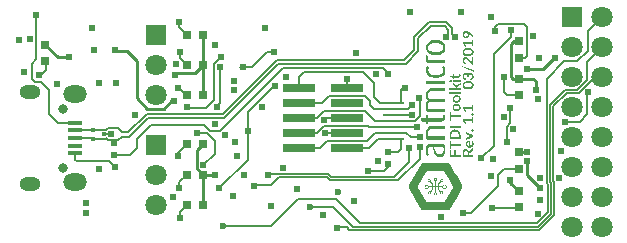
<source format=gtl>
%FSLAX44Y44*%
%MOMM*%
G71*
G01*
G75*
G04 Layer_Physical_Order=1*
G04 Layer_Color=255*
%ADD10R,0.7620X0.7620*%
%ADD11R,0.5000X0.2000*%
%ADD12R,0.7620X0.7620*%
%ADD13R,0.3000X0.3000*%
%ADD14R,1.3000X0.4500*%
%ADD15R,2.7940X0.7366*%
%ADD16R,0.6200X0.5700*%
%ADD17C,0.1500*%
%ADD18C,0.2540*%
%ADD19C,0.1524*%
%ADD20C,0.2000*%
%ADD21O,2.0000X1.4500*%
%ADD22O,1.8000X1.1500*%
%ADD23C,0.8000*%
%ADD24C,1.8000*%
%ADD25R,1.8000X1.8000*%
%ADD26C,1.8000*%
%ADD27R,1.8000X1.8000*%
%ADD28C,0.6100*%
%ADD29C,0.6000*%
G36*
X1661233Y1165812D02*
X1669000D01*
Y1164107D01*
X1661233D01*
Y1161344D01*
X1659837D01*
Y1168575D01*
X1661233D01*
Y1165812D01*
D02*
G37*
G36*
X1665025Y1177894D02*
X1665631Y1177795D01*
X1666279Y1177598D01*
X1666293D01*
X1666322Y1177583D01*
X1666420Y1177541D01*
X1666773Y1177358D01*
X1666998Y1177217D01*
X1667238Y1177062D01*
X1667492Y1176864D01*
X1667731Y1176653D01*
X1667760Y1176625D01*
X1667830Y1176540D01*
X1668070Y1176244D01*
X1668225Y1176033D01*
X1668309Y1175906D01*
X1668380Y1175779D01*
X1668535Y1175497D01*
X1668676Y1175187D01*
Y1175173D01*
X1668690Y1175145D01*
X1668732Y1175032D01*
X1668831Y1174623D01*
X1668901Y1174341D01*
X1668944Y1174017D01*
X1668986Y1173664D01*
X1669000Y1173481D01*
Y1173284D01*
Y1169788D01*
X1659837D01*
Y1173284D01*
Y1173467D01*
X1659879Y1173918D01*
X1659978Y1174524D01*
X1660175Y1175187D01*
X1660415Y1175694D01*
X1660711Y1176174D01*
X1660908Y1176413D01*
X1661120Y1176653D01*
X1661148Y1176681D01*
X1661233Y1176752D01*
X1661529Y1177005D01*
X1661740Y1177146D01*
X1661853Y1177231D01*
X1661994Y1177301D01*
X1662262Y1177457D01*
X1662572Y1177598D01*
X1662586D01*
X1662614Y1177612D01*
X1662713Y1177654D01*
X1662896Y1177710D01*
X1663122Y1177767D01*
X1663389Y1177823D01*
X1663714Y1177879D01*
X1663869Y1177908D01*
X1664052Y1177922D01*
X1664418Y1177936D01*
X1664588D01*
X1665025Y1177894D01*
D02*
G37*
G36*
X1661190Y1156706D02*
X1663911D01*
Y1160145D01*
X1665264D01*
Y1156706D01*
X1669000D01*
Y1155000D01*
X1659837D01*
Y1160780D01*
X1661190D01*
Y1156706D01*
D02*
G37*
G36*
X1680000Y1248632D02*
X1678830D01*
Y1250493D01*
X1673487D01*
X1672839Y1250507D01*
X1673938Y1249196D01*
X1673952Y1249182D01*
X1673981Y1249126D01*
X1674023Y1249055D01*
X1674051Y1248971D01*
Y1248957D01*
Y1248900D01*
Y1248759D01*
Y1248745D01*
X1674037Y1248703D01*
X1673995Y1248576D01*
X1673981Y1248562D01*
X1673952Y1248534D01*
X1673882Y1248477D01*
X1673205Y1247970D01*
X1670823Y1250775D01*
Y1252058D01*
X1678830D01*
Y1253707D01*
X1680000D01*
Y1248632D01*
D02*
G37*
G36*
X1674009Y1261193D02*
X1674559Y1261136D01*
X1674573D01*
X1674629Y1261122D01*
X1674798Y1261080D01*
X1675292Y1260925D01*
X1675306D01*
X1675348Y1260897D01*
X1675503Y1260840D01*
X1675982Y1260601D01*
X1675997Y1260587D01*
X1676039Y1260573D01*
X1676194Y1260474D01*
X1676645Y1260178D01*
X1679648Y1258077D01*
X1679676Y1258063D01*
X1679732Y1258007D01*
X1679817Y1257894D01*
X1679901Y1257753D01*
Y1257739D01*
X1679915Y1257711D01*
X1679944Y1257612D01*
X1679986Y1257457D01*
X1680000Y1257274D01*
Y1255836D01*
X1676448Y1258683D01*
X1676194Y1258881D01*
X1675940Y1259064D01*
X1675954Y1259050D01*
X1675968Y1259008D01*
X1676053Y1258867D01*
X1676151Y1258641D01*
X1676208Y1258514D01*
X1676250Y1258373D01*
Y1258359D01*
X1676264Y1258303D01*
X1676293Y1258134D01*
X1676335Y1257880D01*
X1676349Y1257725D01*
Y1257570D01*
Y1257556D01*
Y1257485D01*
X1676321Y1257274D01*
X1676180Y1256625D01*
X1676166Y1256611D01*
X1676151Y1256555D01*
X1676053Y1256357D01*
X1675898Y1256104D01*
X1675686Y1255822D01*
X1675461Y1255624D01*
X1675193Y1255427D01*
X1675038Y1255328D01*
X1674855Y1255244D01*
X1674530Y1255145D01*
X1674164Y1255061D01*
X1673952Y1255046D01*
X1673713Y1255032D01*
X1673332Y1255061D01*
X1672966Y1255131D01*
X1672557Y1255258D01*
X1672233Y1255427D01*
X1671922Y1255624D01*
X1671767Y1255751D01*
X1671612Y1255892D01*
X1671373Y1256174D01*
X1671175Y1256498D01*
X1671062Y1256682D01*
X1670978Y1256893D01*
X1670936Y1256992D01*
X1670851Y1257274D01*
X1670781Y1257669D01*
X1670752Y1257908D01*
X1670738Y1258162D01*
X1670766Y1258585D01*
X1670837Y1258994D01*
X1670964Y1259431D01*
X1671119Y1259769D01*
X1671316Y1260079D01*
X1671584Y1260389D01*
X1671598Y1260403D01*
X1671655Y1260460D01*
X1671852Y1260615D01*
X1671993Y1260713D01*
X1672148Y1260812D01*
X1672345Y1260911D01*
X1672543Y1260995D01*
X1672571Y1261010D01*
X1672641Y1261024D01*
X1672895Y1261108D01*
X1673290Y1261179D01*
X1673755Y1261207D01*
X1673826D01*
X1674009Y1261193D01*
D02*
G37*
G36*
X1669000Y1179430D02*
X1659837D01*
Y1181136D01*
X1669000D01*
Y1179430D01*
D02*
G37*
G36*
Y1208244D02*
X1659583D01*
Y1209809D01*
X1669000D01*
Y1208244D01*
D02*
G37*
G36*
Y1215970D02*
Y1215956D01*
Y1215941D01*
X1668986Y1215857D01*
X1668944Y1215645D01*
X1668929Y1215631D01*
X1668901Y1215575D01*
X1668831Y1215504D01*
X1668732Y1215434D01*
X1666265Y1213770D01*
X1666181Y1213714D01*
X1666110Y1213658D01*
X1666068Y1213587D01*
X1666054Y1213573D01*
X1666040Y1213517D01*
X1666026Y1213305D01*
Y1212953D01*
X1669000D01*
Y1211374D01*
X1659583D01*
Y1212953D01*
X1664982D01*
Y1213235D01*
Y1213333D01*
X1664940Y1213488D01*
X1664898Y1213545D01*
X1664855Y1213601D01*
X1664771Y1213672D01*
X1662769Y1215293D01*
X1662699Y1215363D01*
X1662628Y1215434D01*
X1662572Y1215518D01*
X1662529Y1215603D01*
X1662515Y1215716D01*
X1662501Y1215843D01*
Y1217266D01*
X1664912Y1215251D01*
X1664926Y1215237D01*
X1664954Y1215208D01*
X1665067Y1215110D01*
X1665208Y1214969D01*
X1665278Y1214884D01*
X1665349Y1214785D01*
X1665419Y1214856D01*
X1665574Y1215011D01*
X1665603Y1215025D01*
X1665659Y1215081D01*
X1665842Y1215222D01*
X1669000Y1217393D01*
Y1215970D01*
D02*
G37*
G36*
X1666209Y1206990D02*
X1666660Y1206919D01*
X1667139Y1206792D01*
X1667167Y1206778D01*
X1667238Y1206750D01*
X1667506Y1206623D01*
X1667844Y1206426D01*
X1668197Y1206144D01*
X1668211Y1206130D01*
X1668267Y1206074D01*
X1668436Y1205862D01*
X1668549Y1205707D01*
X1668662Y1205538D01*
X1668760Y1205340D01*
X1668859Y1205129D01*
X1668873Y1205101D01*
X1668887Y1205030D01*
X1668972Y1204748D01*
X1669014Y1204551D01*
X1669042Y1204325D01*
X1669070Y1204086D01*
X1669085Y1203818D01*
Y1203804D01*
Y1203790D01*
Y1203691D01*
X1669056Y1203381D01*
X1668986Y1202944D01*
X1668859Y1202479D01*
X1668845Y1202450D01*
X1668817Y1202380D01*
X1668690Y1202126D01*
X1668478Y1201802D01*
X1668197Y1201464D01*
X1668112Y1201393D01*
X1667900Y1201224D01*
X1667562Y1201013D01*
X1667365Y1200914D01*
X1667139Y1200815D01*
X1667026Y1200787D01*
X1666730Y1200703D01*
X1666519Y1200660D01*
X1666293Y1200632D01*
X1665744Y1200590D01*
X1665278Y1200618D01*
X1664827Y1200688D01*
X1664348Y1200815D01*
X1663981Y1200984D01*
X1663643Y1201196D01*
X1663305Y1201464D01*
X1663051Y1201746D01*
X1662952Y1201901D01*
X1662840Y1202070D01*
X1662741Y1202267D01*
X1662642Y1202479D01*
X1662600Y1202591D01*
X1662515Y1202873D01*
X1662445Y1203296D01*
X1662417Y1203550D01*
X1662403Y1203818D01*
X1662431Y1204255D01*
X1662501Y1204678D01*
X1662642Y1205129D01*
X1662811Y1205481D01*
X1663023Y1205806D01*
X1663305Y1206144D01*
X1663319Y1206158D01*
X1663375Y1206214D01*
X1663587Y1206384D01*
X1663742Y1206482D01*
X1663925Y1206595D01*
X1664122Y1206708D01*
X1664348Y1206792D01*
X1664376Y1206806D01*
X1664461Y1206835D01*
X1664757Y1206905D01*
X1664954Y1206947D01*
X1665194Y1206990D01*
X1665744Y1207018D01*
X1665871D01*
X1666209Y1206990D01*
D02*
G37*
G36*
X1661233Y1189918D02*
X1669000D01*
Y1188213D01*
X1661233D01*
Y1185450D01*
X1659837D01*
Y1192681D01*
X1661233D01*
Y1189918D01*
D02*
G37*
G36*
X1666209Y1199702D02*
X1666660Y1199631D01*
X1667139Y1199504D01*
X1667167Y1199490D01*
X1667238Y1199462D01*
X1667506Y1199335D01*
X1667844Y1199138D01*
X1668197Y1198856D01*
X1668211Y1198842D01*
X1668267Y1198785D01*
X1668436Y1198574D01*
X1668549Y1198419D01*
X1668662Y1198250D01*
X1668760Y1198052D01*
X1668859Y1197841D01*
X1668873Y1197813D01*
X1668887Y1197742D01*
X1668972Y1197460D01*
X1669014Y1197263D01*
X1669042Y1197037D01*
X1669070Y1196798D01*
X1669085Y1196530D01*
Y1196516D01*
Y1196502D01*
Y1196403D01*
X1669056Y1196093D01*
X1668986Y1195656D01*
X1668859Y1195191D01*
X1668845Y1195162D01*
X1668817Y1195092D01*
X1668690Y1194838D01*
X1668478Y1194514D01*
X1668197Y1194176D01*
X1668112Y1194105D01*
X1667900Y1193936D01*
X1667562Y1193725D01*
X1667365Y1193626D01*
X1667139Y1193527D01*
X1667026Y1193499D01*
X1666730Y1193414D01*
X1666519Y1193372D01*
X1666293Y1193344D01*
X1665744Y1193302D01*
X1665278Y1193330D01*
X1664827Y1193400D01*
X1664348Y1193527D01*
X1663981Y1193696D01*
X1663643Y1193908D01*
X1663305Y1194176D01*
X1663051Y1194457D01*
X1662952Y1194613D01*
X1662840Y1194782D01*
X1662741Y1194979D01*
X1662642Y1195191D01*
X1662600Y1195303D01*
X1662515Y1195585D01*
X1662445Y1196008D01*
X1662417Y1196262D01*
X1662403Y1196530D01*
X1662431Y1196967D01*
X1662501Y1197390D01*
X1662642Y1197841D01*
X1662811Y1198193D01*
X1663023Y1198518D01*
X1663305Y1198856D01*
X1663319Y1198870D01*
X1663375Y1198926D01*
X1663587Y1199095D01*
X1663742Y1199194D01*
X1663925Y1199307D01*
X1664122Y1199420D01*
X1664348Y1199504D01*
X1664376Y1199518D01*
X1664461Y1199547D01*
X1664757Y1199617D01*
X1664954Y1199659D01*
X1665194Y1199702D01*
X1665744Y1199730D01*
X1665871D01*
X1666209Y1199702D01*
D02*
G37*
G36*
X1676123Y1246800D02*
X1676800Y1246715D01*
X1677505Y1246574D01*
X1677519D01*
X1677547Y1246560D01*
X1677646Y1246532D01*
X1678026Y1246391D01*
X1678492Y1246165D01*
X1678745Y1246024D01*
X1678971Y1245855D01*
X1678999Y1245841D01*
X1679070Y1245771D01*
X1679295Y1245559D01*
X1679436Y1245390D01*
X1679577Y1245207D01*
X1679718Y1245009D01*
X1679831Y1244784D01*
X1679845Y1244756D01*
X1679873Y1244671D01*
X1679915Y1244558D01*
X1679958Y1244389D01*
X1680014Y1244192D01*
X1680056Y1243966D01*
X1680085Y1243712D01*
X1680099Y1243459D01*
Y1243430D01*
X1680085Y1243332D01*
X1680056Y1243022D01*
X1679986Y1242585D01*
X1679831Y1242120D01*
X1679817Y1242091D01*
X1679774Y1242021D01*
X1679619Y1241767D01*
X1679352Y1241415D01*
X1679168Y1241231D01*
X1678971Y1241062D01*
X1678872Y1240992D01*
X1678745Y1240907D01*
X1678576Y1240808D01*
X1678351Y1240696D01*
X1678111Y1240569D01*
X1677815Y1240456D01*
X1677505Y1240357D01*
X1677350Y1240315D01*
X1676913Y1240230D01*
X1676250Y1240146D01*
X1675856Y1240118D01*
X1675419Y1240104D01*
X1674714Y1240132D01*
X1674037Y1240216D01*
X1673346Y1240357D01*
X1672825Y1240541D01*
X1672345Y1240766D01*
X1672106Y1240907D01*
X1671880Y1241062D01*
X1671556Y1241358D01*
X1671415Y1241513D01*
X1671274Y1241697D01*
X1671133Y1241908D01*
X1671020Y1242120D01*
X1670978Y1242232D01*
X1670879Y1242514D01*
X1670823Y1242726D01*
X1670781Y1242951D01*
X1670752Y1243191D01*
X1670738Y1243459D01*
X1670766Y1243896D01*
X1670851Y1244319D01*
X1671020Y1244784D01*
X1671077Y1244883D01*
X1671232Y1245150D01*
X1671499Y1245503D01*
X1671683Y1245686D01*
X1671880Y1245855D01*
X1671908Y1245883D01*
X1671979Y1245926D01*
X1672275Y1246123D01*
X1672486Y1246236D01*
X1672740Y1246349D01*
X1673022Y1246476D01*
X1673346Y1246574D01*
X1673360D01*
X1673389Y1246588D01*
X1673501Y1246616D01*
X1673938Y1246701D01*
X1674587Y1246786D01*
X1674982Y1246814D01*
X1675419Y1246828D01*
X1675616D01*
X1676123Y1246800D01*
D02*
G37*
G36*
X1679267Y1178077D02*
X1679521Y1178006D01*
X1679549Y1177992D01*
X1679619Y1177950D01*
X1679817Y1177795D01*
X1679831Y1177767D01*
X1679887Y1177710D01*
X1679958Y1177612D01*
X1680014Y1177499D01*
X1680028Y1177471D01*
X1680042Y1177386D01*
X1680070Y1177273D01*
X1680085Y1177118D01*
Y1177104D01*
Y1177090D01*
X1680070Y1176991D01*
X1680014Y1176738D01*
X1680000D01*
Y1176709D01*
X1679958Y1176639D01*
X1679817Y1176442D01*
X1679732Y1176371D01*
X1679633Y1176301D01*
X1679521Y1176230D01*
X1679408Y1176202D01*
X1679140Y1176160D01*
X1679013Y1176174D01*
X1678774Y1176230D01*
X1678661Y1176286D01*
X1678562Y1176357D01*
X1678463Y1176442D01*
X1678393Y1176526D01*
X1678322Y1176625D01*
X1678266Y1176738D01*
X1678224Y1176850D01*
X1678196Y1176977D01*
X1678181Y1177118D01*
X1678196Y1177245D01*
X1678266Y1177499D01*
X1678322Y1177598D01*
X1678463Y1177795D01*
X1678492Y1177823D01*
X1678548Y1177879D01*
X1678647Y1177950D01*
X1678774Y1178006D01*
X1678802Y1178020D01*
X1678886Y1178049D01*
X1678999Y1178077D01*
X1679140Y1178091D01*
X1679168D01*
X1679267Y1178077D01*
D02*
G37*
G36*
X1680000Y1183208D02*
X1678830D01*
Y1185069D01*
X1673487D01*
X1672839Y1185083D01*
X1673938Y1183772D01*
X1673952Y1183758D01*
X1673981Y1183701D01*
X1674023Y1183631D01*
X1674051Y1183547D01*
Y1183532D01*
Y1183476D01*
Y1183335D01*
Y1183321D01*
X1674037Y1183279D01*
X1673995Y1183152D01*
X1673981Y1183138D01*
X1673952Y1183109D01*
X1673882Y1183053D01*
X1673205Y1182546D01*
X1670823Y1185351D01*
Y1186634D01*
X1678830D01*
Y1188283D01*
X1680000D01*
Y1183208D01*
D02*
G37*
G36*
Y1172988D02*
Y1171564D01*
X1673501Y1168984D01*
Y1170267D01*
X1673515Y1170380D01*
X1673530Y1170464D01*
X1673586Y1170563D01*
X1673642Y1170634D01*
X1673699Y1170676D01*
X1673783Y1170718D01*
X1677265Y1171973D01*
X1677279D01*
X1677322Y1171987D01*
X1677463Y1172043D01*
X1677646Y1172100D01*
X1677871Y1172156D01*
X1677885D01*
X1677914Y1172170D01*
X1678055Y1172198D01*
X1678449Y1172283D01*
X1678266Y1172325D01*
X1677871Y1172424D01*
X1677265Y1172607D01*
X1673783Y1173890D01*
X1673713Y1173932D01*
X1673642Y1173975D01*
X1673586Y1174045D01*
X1673544Y1174130D01*
X1673515Y1174214D01*
X1673501Y1174327D01*
Y1175567D01*
X1680000Y1172988D01*
D02*
G37*
G36*
Y1160625D02*
Y1160611D01*
Y1160554D01*
X1679958Y1160385D01*
X1679859Y1160174D01*
X1679774Y1160075D01*
X1679662Y1159990D01*
X1676729Y1158059D01*
X1676631Y1157989D01*
X1676560Y1157918D01*
X1676490Y1157819D01*
X1676476Y1157791D01*
X1676448Y1157721D01*
X1676434Y1157608D01*
X1676419Y1157439D01*
Y1156706D01*
X1680000D01*
Y1155000D01*
X1670837D01*
Y1157791D01*
X1670865Y1158341D01*
X1670922Y1158863D01*
X1671034Y1159398D01*
X1671175Y1159793D01*
X1671330Y1160145D01*
X1671570Y1160498D01*
X1671626Y1160568D01*
X1671810Y1160738D01*
X1672077Y1160935D01*
X1672233Y1161033D01*
X1672416Y1161118D01*
X1672430Y1161132D01*
X1672500Y1161146D01*
X1672726Y1161231D01*
X1673064Y1161301D01*
X1673262Y1161316D01*
X1673473Y1161330D01*
X1673558D01*
X1673755Y1161316D01*
X1674037Y1161273D01*
X1674347Y1161189D01*
X1674361D01*
X1674418Y1161160D01*
X1674587Y1161090D01*
X1674841Y1160963D01*
X1675094Y1160794D01*
X1675108Y1160780D01*
X1675151Y1160752D01*
X1675292Y1160625D01*
X1675489Y1160413D01*
X1675588Y1160301D01*
X1675686Y1160160D01*
X1675700Y1160145D01*
X1675729Y1160089D01*
X1675827Y1159920D01*
X1675968Y1159652D01*
X1676095Y1159314D01*
X1676222Y1159497D01*
X1676391Y1159680D01*
X1676617Y1159864D01*
X1680000Y1162161D01*
Y1160625D01*
D02*
G37*
G36*
X1676546Y1168505D02*
X1676701Y1168491D01*
X1676828Y1168435D01*
X1676842Y1168420D01*
X1676885Y1168378D01*
X1676941Y1168294D01*
X1676955Y1168152D01*
Y1164121D01*
X1676969D01*
X1677040Y1164135D01*
X1677251Y1164163D01*
X1677815Y1164290D01*
X1677829Y1164304D01*
X1677871Y1164318D01*
X1678026Y1164389D01*
X1678224Y1164501D01*
X1678421Y1164657D01*
X1678548Y1164811D01*
X1678675Y1164995D01*
X1678774Y1165206D01*
X1678830Y1165404D01*
X1678872Y1165629D01*
X1678886Y1165897D01*
X1678872Y1166123D01*
X1678802Y1166560D01*
X1678745Y1166729D01*
X1678604Y1167039D01*
X1678407Y1167405D01*
X1678365Y1167504D01*
X1678337Y1167603D01*
X1678322Y1167701D01*
X1678337Y1167814D01*
X1678379Y1167913D01*
X1678463Y1167998D01*
X1679041Y1168449D01*
X1679055Y1168435D01*
X1679084Y1168406D01*
X1679211Y1168279D01*
X1679380Y1168082D01*
X1679549Y1167857D01*
X1679563Y1167842D01*
X1679577Y1167800D01*
X1679662Y1167645D01*
X1679774Y1167434D01*
X1679873Y1167180D01*
Y1167166D01*
X1679887Y1167123D01*
X1679944Y1166968D01*
X1680000Y1166743D01*
X1680042Y1166475D01*
Y1166461D01*
Y1166419D01*
X1680056Y1166249D01*
X1680070Y1166024D01*
X1680085Y1165756D01*
Y1165728D01*
Y1165643D01*
X1680056Y1165347D01*
X1680000Y1164938D01*
X1679873Y1164501D01*
X1679859Y1164473D01*
X1679831Y1164403D01*
X1679704Y1164163D01*
X1679492Y1163825D01*
X1679366Y1163656D01*
X1679211Y1163486D01*
X1679126Y1163416D01*
X1678914Y1163233D01*
X1678759Y1163120D01*
X1678562Y1163007D01*
X1678351Y1162894D01*
X1678125Y1162796D01*
X1678012Y1162753D01*
X1677688Y1162683D01*
X1677463Y1162626D01*
X1677209Y1162598D01*
X1676617Y1162556D01*
X1676208Y1162584D01*
X1675799Y1162641D01*
X1675362Y1162767D01*
X1675010Y1162937D01*
X1674685Y1163120D01*
X1674347Y1163388D01*
X1674277Y1163458D01*
X1674093Y1163670D01*
X1673868Y1163980D01*
X1673755Y1164163D01*
X1673656Y1164374D01*
X1673614Y1164473D01*
X1673572Y1164600D01*
X1673530Y1164755D01*
X1673487Y1164952D01*
X1673445Y1165178D01*
X1673417Y1165418D01*
X1673403Y1165686D01*
X1673431Y1166066D01*
X1673487Y1166433D01*
X1673600Y1166827D01*
X1673741Y1167138D01*
X1673910Y1167420D01*
X1674164Y1167716D01*
X1674178Y1167730D01*
X1674234Y1167786D01*
X1674418Y1167927D01*
X1674714Y1168124D01*
X1674897Y1168223D01*
X1675094Y1168308D01*
X1675123Y1168322D01*
X1675193Y1168336D01*
X1675461Y1168420D01*
X1675644Y1168449D01*
X1675856Y1168491D01*
X1676349Y1168519D01*
X1676405D01*
X1676546Y1168505D01*
D02*
G37*
G36*
X1679267Y1191540D02*
X1679521Y1191469D01*
X1679549Y1191455D01*
X1679619Y1191413D01*
X1679817Y1191257D01*
X1679831Y1191229D01*
X1679887Y1191173D01*
X1679958Y1191074D01*
X1680014Y1190962D01*
X1680028Y1190933D01*
X1680042Y1190849D01*
X1680070Y1190736D01*
X1680085Y1190581D01*
Y1190567D01*
Y1190553D01*
X1680070Y1190454D01*
X1680014Y1190200D01*
X1680000D01*
Y1190172D01*
X1679958Y1190102D01*
X1679817Y1189904D01*
X1679732Y1189834D01*
X1679633Y1189763D01*
X1679521Y1189693D01*
X1679408Y1189665D01*
X1679140Y1189622D01*
X1679013Y1189636D01*
X1678774Y1189693D01*
X1678661Y1189749D01*
X1678562Y1189820D01*
X1678463Y1189904D01*
X1678393Y1189989D01*
X1678322Y1190088D01*
X1678266Y1190200D01*
X1678224Y1190313D01*
X1678196Y1190440D01*
X1678181Y1190581D01*
X1678196Y1190708D01*
X1678266Y1190962D01*
X1678322Y1191060D01*
X1678463Y1191257D01*
X1678492Y1191286D01*
X1678548Y1191342D01*
X1678647Y1191413D01*
X1678774Y1191469D01*
X1678802Y1191483D01*
X1678886Y1191511D01*
X1678999Y1191540D01*
X1679140Y1191553D01*
X1679168D01*
X1679267Y1191540D01*
D02*
G37*
G36*
X1680014Y1228389D02*
X1680028D01*
X1680056Y1228375D01*
X1680183Y1228304D01*
X1680324Y1228192D01*
X1680451Y1228037D01*
Y1228023D01*
X1680465Y1227994D01*
X1680522Y1227881D01*
X1680564Y1227740D01*
X1680592Y1227557D01*
Y1226895D01*
X1671133Y1230588D01*
X1670978Y1230673D01*
X1670851Y1230771D01*
X1670724Y1230898D01*
X1670654Y1231039D01*
X1670611Y1231194D01*
X1670583Y1231392D01*
Y1232068D01*
X1680014Y1228389D01*
D02*
G37*
G36*
X1680000Y1232914D02*
X1679492D01*
X1679380Y1232928D01*
X1679154Y1232971D01*
X1679055Y1233027D01*
X1678844Y1233196D01*
X1676053Y1235973D01*
X1675827Y1236185D01*
X1675616Y1236382D01*
X1675376Y1236593D01*
X1675179Y1236763D01*
X1674967Y1236904D01*
X1674742Y1237059D01*
X1674545Y1237157D01*
X1674333Y1237256D01*
X1674093Y1237341D01*
X1673882Y1237397D01*
X1673656Y1237425D01*
X1673530Y1237439D01*
X1673403D01*
X1673205Y1237425D01*
X1672825Y1237341D01*
X1672670Y1237270D01*
X1672543Y1237200D01*
X1672402Y1237073D01*
X1672388D01*
X1672374Y1237045D01*
X1672303Y1236960D01*
X1672204Y1236819D01*
X1672134Y1236650D01*
Y1236636D01*
X1672120Y1236608D01*
X1672092Y1236495D01*
X1672063Y1236326D01*
X1672049Y1236114D01*
Y1236100D01*
Y1236072D01*
X1672063Y1235945D01*
X1672134Y1235593D01*
Y1235579D01*
X1672148Y1235550D01*
X1672190Y1235452D01*
X1672359Y1235170D01*
X1672388Y1235142D01*
X1672458Y1235057D01*
X1672557Y1234958D01*
X1672698Y1234859D01*
X1672712D01*
X1672726Y1234845D01*
X1672811Y1234789D01*
X1672952Y1234719D01*
X1673107Y1234662D01*
X1673121D01*
X1673149Y1234648D01*
X1673262Y1234592D01*
X1673403Y1234507D01*
X1673459Y1234451D01*
X1673501Y1234380D01*
X1673515Y1234352D01*
X1673530Y1234253D01*
X1673544Y1234098D01*
X1673530Y1233887D01*
X1673389Y1233069D01*
X1672994Y1233154D01*
X1672233Y1233436D01*
X1671936Y1233619D01*
X1671669Y1233830D01*
X1671528Y1233971D01*
X1671401Y1234112D01*
X1671344Y1234183D01*
X1671218Y1234380D01*
X1671133Y1234521D01*
X1671048Y1234690D01*
X1670978Y1234859D01*
X1670907Y1235057D01*
X1670823Y1235395D01*
X1670766Y1235762D01*
X1670738Y1235973D01*
Y1236199D01*
X1670766Y1236579D01*
X1670809Y1236960D01*
X1670922Y1237355D01*
X1670950Y1237439D01*
X1671062Y1237665D01*
X1671218Y1237961D01*
X1671457Y1238257D01*
X1671514Y1238313D01*
X1671683Y1238468D01*
X1671810Y1238567D01*
X1671951Y1238666D01*
X1672106Y1238750D01*
X1672275Y1238835D01*
X1672289Y1238849D01*
X1672359Y1238863D01*
X1672585Y1238948D01*
X1672923Y1239018D01*
X1673135Y1239032D01*
X1673346Y1239046D01*
X1673431D01*
X1673656Y1239032D01*
X1673952Y1238976D01*
X1674291Y1238891D01*
X1674305D01*
X1674361Y1238863D01*
X1674545Y1238793D01*
X1675108Y1238497D01*
X1675123Y1238483D01*
X1675179Y1238454D01*
X1675348Y1238342D01*
X1675870Y1237919D01*
X1675884Y1237905D01*
X1675926Y1237862D01*
X1676095Y1237707D01*
X1676617Y1237214D01*
X1678731Y1235142D01*
X1678689Y1235325D01*
X1678604Y1235733D01*
X1678576Y1235917D01*
X1678548Y1236297D01*
Y1238652D01*
X1678562Y1238793D01*
X1678604Y1238920D01*
X1678689Y1239046D01*
Y1239060D01*
X1678717Y1239074D01*
X1678788Y1239131D01*
X1678914Y1239173D01*
X1679070Y1239201D01*
X1680000D01*
Y1232914D01*
D02*
G37*
G36*
X1677688Y1225894D02*
X1678083Y1225809D01*
X1678506Y1225668D01*
X1678534Y1225654D01*
X1678590Y1225626D01*
X1678816Y1225485D01*
X1679098Y1225274D01*
X1679394Y1224977D01*
X1679408Y1224963D01*
X1679450Y1224907D01*
X1679507Y1224808D01*
X1679591Y1224696D01*
X1679774Y1224371D01*
X1679859Y1224188D01*
X1679930Y1223977D01*
Y1223949D01*
X1679958Y1223878D01*
X1680014Y1223610D01*
X1680070Y1223230D01*
X1680099Y1222778D01*
Y1222750D01*
Y1222666D01*
X1680070Y1222370D01*
X1679944Y1221580D01*
X1679930Y1221552D01*
X1679915Y1221496D01*
X1679831Y1221284D01*
X1679676Y1220988D01*
X1679478Y1220692D01*
X1679464Y1220678D01*
X1679422Y1220636D01*
X1679267Y1220467D01*
X1679027Y1220255D01*
X1678717Y1220044D01*
X1678421Y1219889D01*
X1678083Y1219734D01*
X1677674Y1219578D01*
X1677392Y1220269D01*
X1677336Y1220438D01*
X1677322Y1220608D01*
X1677336Y1220777D01*
X1677392Y1220918D01*
X1677463Y1221030D01*
X1677519Y1221087D01*
X1677589Y1221129D01*
X1677603D01*
X1677632Y1221143D01*
X1677730Y1221199D01*
X1678026Y1221369D01*
X1678040Y1221383D01*
X1678055Y1221397D01*
X1678153Y1221467D01*
X1678407Y1221693D01*
X1678506Y1221820D01*
X1678590Y1221961D01*
X1678689Y1222144D01*
X1678731Y1222327D01*
X1678774Y1222525D01*
X1678788Y1222764D01*
X1678774Y1223004D01*
X1678661Y1223455D01*
X1678576Y1223638D01*
X1678463Y1223808D01*
X1678322Y1223963D01*
X1678181Y1224075D01*
X1678040Y1224174D01*
X1677857Y1224259D01*
X1677688Y1224315D01*
X1677519Y1224343D01*
X1677336Y1224357D01*
X1677138Y1224343D01*
X1676744Y1224287D01*
X1676574Y1224230D01*
X1676434Y1224132D01*
X1676278Y1223991D01*
X1676264Y1223977D01*
X1676250Y1223949D01*
X1676166Y1223836D01*
X1676123Y1223751D01*
X1676067Y1223638D01*
X1676025Y1223511D01*
X1675982Y1223356D01*
Y1223342D01*
X1675968Y1223286D01*
X1675926Y1223060D01*
X1675898Y1222905D01*
X1675884Y1222708D01*
X1675870Y1222496D01*
Y1222243D01*
X1674756D01*
X1674742Y1222581D01*
X1674643Y1223201D01*
X1674573Y1223427D01*
X1674488Y1223624D01*
X1674361Y1223808D01*
X1674234Y1223934D01*
X1674093Y1224033D01*
X1673924Y1224118D01*
X1673755Y1224174D01*
X1673586Y1224202D01*
X1673374Y1224216D01*
X1673262D01*
X1673008Y1224174D01*
X1672684Y1224061D01*
X1672529Y1223977D01*
X1672388Y1223850D01*
X1672374Y1223836D01*
X1672331Y1223779D01*
X1672218Y1223596D01*
X1672162Y1223455D01*
X1672106Y1223286D01*
X1672063Y1223103D01*
X1672049Y1222891D01*
Y1222877D01*
Y1222849D01*
X1672063Y1222722D01*
X1672134Y1222370D01*
Y1222355D01*
X1672148Y1222327D01*
X1672190Y1222229D01*
X1672359Y1221947D01*
X1672388Y1221918D01*
X1672458Y1221834D01*
X1672557Y1221735D01*
X1672698Y1221637D01*
X1672712D01*
X1672726Y1221622D01*
X1672811Y1221566D01*
X1672952Y1221510D01*
X1673107Y1221453D01*
X1673121D01*
X1673149Y1221439D01*
X1673262Y1221369D01*
X1673403Y1221284D01*
X1673501Y1221157D01*
X1673515Y1221129D01*
X1673530Y1221030D01*
X1673544Y1220889D01*
X1673530Y1220678D01*
X1673389Y1219846D01*
X1672994Y1219931D01*
X1672233Y1220213D01*
X1671936Y1220410D01*
X1671669Y1220622D01*
X1671528Y1220762D01*
X1671401Y1220903D01*
X1671344Y1220974D01*
X1671218Y1221171D01*
X1671133Y1221312D01*
X1671048Y1221467D01*
X1670907Y1221834D01*
X1670823Y1222172D01*
X1670766Y1222539D01*
X1670738Y1222750D01*
Y1222976D01*
X1670766Y1223356D01*
X1670809Y1223723D01*
X1670922Y1224118D01*
X1671048Y1224414D01*
X1671203Y1224696D01*
X1671415Y1224992D01*
X1671471Y1225048D01*
X1671626Y1225203D01*
X1671866Y1225372D01*
X1672021Y1225471D01*
X1672176Y1225541D01*
X1672190Y1225555D01*
X1672247Y1225570D01*
X1672444Y1225640D01*
X1672585Y1225682D01*
X1672740Y1225711D01*
X1672909Y1225725D01*
X1673092Y1225739D01*
X1673163D01*
X1673346Y1225725D01*
X1673868Y1225640D01*
X1673882D01*
X1673924Y1225626D01*
X1674065Y1225570D01*
X1674263Y1225485D01*
X1674460Y1225358D01*
X1674474Y1225344D01*
X1674502Y1225330D01*
X1674601Y1225231D01*
X1674728Y1225090D01*
X1674869Y1224893D01*
Y1224879D01*
X1674897Y1224851D01*
X1674967Y1224724D01*
X1675052Y1224526D01*
X1675151Y1224287D01*
X1675348Y1224752D01*
X1675602Y1225161D01*
X1675771Y1225344D01*
X1675954Y1225513D01*
X1675982Y1225527D01*
X1676053Y1225584D01*
X1676321Y1225725D01*
X1676504Y1225795D01*
X1676729Y1225866D01*
X1676997Y1225908D01*
X1677124Y1225922D01*
X1677392D01*
X1677688Y1225894D01*
D02*
G37*
G36*
X1680000Y1193584D02*
X1678830D01*
Y1195444D01*
X1673487D01*
X1672839Y1195458D01*
X1673938Y1194147D01*
X1673952Y1194133D01*
X1673981Y1194077D01*
X1674023Y1194006D01*
X1674051Y1193922D01*
Y1193908D01*
Y1193851D01*
Y1193710D01*
Y1193696D01*
X1674037Y1193654D01*
X1673995Y1193527D01*
X1673981Y1193513D01*
X1673952Y1193485D01*
X1673882Y1193428D01*
X1673205Y1192921D01*
X1670823Y1195726D01*
Y1197009D01*
X1678830D01*
Y1198658D01*
X1680000D01*
Y1193584D01*
D02*
G37*
G36*
X1676123Y1218817D02*
X1676800Y1218733D01*
X1677505Y1218592D01*
X1677519D01*
X1677547Y1218577D01*
X1677646Y1218549D01*
X1678026Y1218408D01*
X1678492Y1218183D01*
X1678745Y1218042D01*
X1678971Y1217873D01*
X1678999Y1217859D01*
X1679070Y1217788D01*
X1679295Y1217577D01*
X1679436Y1217407D01*
X1679577Y1217224D01*
X1679718Y1217027D01*
X1679831Y1216801D01*
X1679845Y1216773D01*
X1679873Y1216689D01*
X1679915Y1216576D01*
X1679958Y1216407D01*
X1680014Y1216209D01*
X1680056Y1215984D01*
X1680085Y1215730D01*
X1680099Y1215476D01*
Y1215448D01*
X1680085Y1215349D01*
X1680056Y1215039D01*
X1679986Y1214602D01*
X1679831Y1214137D01*
X1679817Y1214109D01*
X1679774Y1214038D01*
X1679619Y1213784D01*
X1679352Y1213432D01*
X1679168Y1213249D01*
X1678971Y1213080D01*
X1678872Y1213009D01*
X1678745Y1212925D01*
X1678576Y1212826D01*
X1678351Y1212713D01*
X1678111Y1212586D01*
X1677815Y1212474D01*
X1677505Y1212375D01*
X1677350Y1212333D01*
X1676913Y1212248D01*
X1676250Y1212163D01*
X1675856Y1212135D01*
X1675419Y1212121D01*
X1674714Y1212149D01*
X1674037Y1212234D01*
X1673346Y1212375D01*
X1672825Y1212558D01*
X1672345Y1212784D01*
X1672106Y1212925D01*
X1671880Y1213080D01*
X1671556Y1213376D01*
X1671415Y1213531D01*
X1671274Y1213714D01*
X1671133Y1213925D01*
X1671020Y1214137D01*
X1670978Y1214250D01*
X1670879Y1214532D01*
X1670823Y1214743D01*
X1670781Y1214969D01*
X1670752Y1215208D01*
X1670738Y1215476D01*
X1670766Y1215913D01*
X1670851Y1216336D01*
X1671020Y1216801D01*
X1671077Y1216900D01*
X1671232Y1217168D01*
X1671499Y1217520D01*
X1671683Y1217703D01*
X1671880Y1217873D01*
X1671908Y1217901D01*
X1671979Y1217943D01*
X1672275Y1218140D01*
X1672486Y1218253D01*
X1672740Y1218366D01*
X1673022Y1218493D01*
X1673346Y1218592D01*
X1673360D01*
X1673389Y1218606D01*
X1673501Y1218634D01*
X1673938Y1218718D01*
X1674587Y1218803D01*
X1674982Y1218831D01*
X1675419Y1218845D01*
X1675616D01*
X1676123Y1218817D01*
D02*
G37*
G36*
X1655905Y1212964D02*
X1656017Y1212851D01*
X1656015Y1210363D01*
X1656015D01*
Y1210363D01*
X1656010Y1210345D01*
X1655991Y1210337D01*
X1644854Y1210339D01*
X1644855Y1210339D01*
X1644855Y1210339D01*
D01*
D01*
D01*
D01*
D01*
Y1210339D01*
X1644853Y1210339D01*
X1644853D01*
D01*
D01*
Y1210339D01*
D01*
D01*
D01*
D01*
Y1210339D01*
D01*
D01*
Y1210339D01*
D01*
X1644103Y1210293D01*
X1643430Y1210155D01*
X1642841Y1209918D01*
X1642345Y1209578D01*
X1641947Y1209129D01*
X1641652Y1208566D01*
X1641470Y1207883D01*
X1641408Y1207075D01*
X1641514Y1206152D01*
X1641817Y1205329D01*
X1642291Y1204606D01*
X1642907Y1203988D01*
X1655904D01*
X1656017Y1203875D01*
X1656015Y1201385D01*
X1656015D01*
Y1201385D01*
X1656009Y1201366D01*
X1655990Y1201358D01*
X1644440Y1201360D01*
X1644440Y1201360D01*
X1644440Y1201360D01*
D01*
D01*
D01*
D01*
D01*
Y1201360D01*
X1644438Y1201360D01*
X1644438D01*
D01*
D01*
Y1201360D01*
D01*
D01*
D01*
D01*
Y1201360D01*
D01*
D01*
X1643783Y1201312D01*
X1643194Y1201168D01*
X1642677Y1200920D01*
X1642239Y1200568D01*
X1641886Y1200105D01*
X1641625Y1199528D01*
X1641463Y1198830D01*
X1641408Y1198009D01*
X1641530Y1196394D01*
X1641937Y1195040D01*
X1655904D01*
X1656017Y1194927D01*
X1656015Y1192438D01*
X1656015D01*
Y1192438D01*
X1656009Y1192419D01*
X1655990Y1192411D01*
X1640852Y1192413D01*
Y1192413D01*
X1640852D01*
X1640833Y1192419D01*
X1640829Y1192430D01*
X1640011Y1194938D01*
X1640011Y1194938D01*
X1640009Y1194943D01*
X1639704Y1197916D01*
X1639704D01*
X1639703Y1197917D01*
X1639704Y1197921D01*
X1639704D01*
X1639704Y1197921D01*
Y1197921D01*
X1639704Y1197921D01*
D01*
X1639824Y1199537D01*
D01*
D01*
D01*
D01*
D01*
D01*
X1639824D01*
D01*
D01*
X1639824Y1199537D01*
D01*
D01*
D01*
D01*
D01*
D01*
D01*
Y1199537D01*
D01*
D01*
D01*
D01*
D01*
D01*
D01*
Y1199537D01*
D01*
X1640182Y1200835D01*
D01*
D01*
D01*
D01*
D01*
D01*
X1640182D01*
X1640182Y1200835D01*
X1640182Y1200835D01*
X1640182D01*
D01*
X1640182Y1200836D01*
X1640183Y1200838D01*
X1640768Y1201880D01*
X1640768Y1201880D01*
X1640768Y1201880D01*
X1640768Y1201880D01*
X1640768D01*
X1640769Y1201881D01*
X1641560Y1202720D01*
Y1202720D01*
X1641560Y1202720D01*
X1641560D01*
X1640795Y1203603D01*
X1640796D01*
Y1203603D01*
D01*
D01*
D01*
D01*
D01*
D01*
D01*
D01*
D01*
D01*
Y1203603D01*
D01*
D01*
D01*
D01*
D01*
D01*
D01*
D01*
D01*
D01*
D01*
Y1203603D01*
D01*
D01*
D01*
D01*
D01*
X1640795D01*
D01*
X1640205Y1204692D01*
D01*
Y1204692D01*
D01*
D01*
D01*
D01*
D01*
D01*
D01*
D01*
Y1204692D01*
X1640205Y1204692D01*
X1640203Y1204696D01*
X1639833Y1205936D01*
D01*
D01*
X1639833D01*
X1639833D01*
Y1205936D01*
D01*
D01*
D01*
X1639832Y1205941D01*
X1639832D01*
D01*
D01*
D01*
X1639704Y1207309D01*
D01*
X1639704D01*
D01*
D01*
X1639704Y1207309D01*
D01*
D01*
D01*
D01*
Y1207309D01*
D01*
D01*
D01*
D01*
D01*
D01*
Y1207309D01*
X1640080Y1209845D01*
X1640080Y1209845D01*
Y1209845D01*
D01*
X1640080D01*
D01*
Y1209845D01*
D01*
D01*
X1641140Y1211605D01*
X1641140Y1211605D01*
X1641140D01*
X1641147Y1211613D01*
D01*
D01*
D01*
D01*
X1641147D01*
X1641147Y1211613D01*
X1641148Y1211614D01*
D01*
D01*
D01*
D01*
Y1211614D01*
X1641148Y1211614D01*
X1642776Y1212631D01*
X1642776D01*
D01*
D01*
D01*
D01*
D01*
D01*
D01*
Y1212631D01*
X1642776D01*
D01*
D01*
D01*
D01*
D01*
Y1212631D01*
X1642776D01*
Y1212631D01*
X1642776Y1212631D01*
D01*
Y1212631D01*
D01*
D01*
D01*
D01*
X1642776Y1212631D01*
D01*
Y1212631D01*
D01*
Y1212631D01*
D01*
X1642785Y1212635D01*
X1644879Y1212964D01*
X1644879Y1212964D01*
X1644879D01*
X1644879D01*
X1644883Y1212966D01*
Y1212966D01*
D01*
X1655905Y1212964D01*
D02*
G37*
G36*
X1648243Y1136789D02*
X1648563Y1136657D01*
X1648838Y1136446D01*
X1649049Y1136171D01*
X1649182Y1135851D01*
X1649227Y1135507D01*
X1649182Y1135164D01*
X1649049Y1134843D01*
X1648838Y1134568D01*
X1648563Y1134358D01*
X1648270Y1134236D01*
D01*
X1648259Y1134241D01*
X1648259Y1134241D01*
X1648259Y1134214D01*
Y1134214D01*
Y1132600D01*
X1648260Y1129869D01*
X1650055D01*
X1650053Y1131897D01*
X1650055Y1131897D01*
X1650055Y1131897D01*
X1650055Y1131897D01*
Y1131897D01*
X1650055D01*
X1650055Y1131897D01*
X1650057Y1132002D01*
D01*
X1650057Y1132002D01*
D01*
D01*
D01*
Y1132003D01*
X1650057Y1132003D01*
D01*
D01*
D01*
Y1132003D01*
X1650057D01*
X1650119Y1132178D01*
D01*
Y1132178D01*
D01*
D01*
X1650119D01*
D01*
D01*
D01*
D01*
D01*
X1650119D01*
Y1132178D01*
D01*
D01*
X1650278Y1132366D01*
X1650278Y1132366D01*
Y1132366D01*
D01*
D01*
D01*
D01*
D01*
D01*
D01*
X1650278D01*
D01*
D01*
D01*
D01*
D01*
X1650278D01*
D01*
D01*
D01*
D01*
D01*
X1650278D01*
D01*
Y1132366D01*
D01*
D01*
D01*
X1650278D01*
D01*
D01*
D01*
D01*
D01*
D01*
X1650278Y1132366D01*
Y1132366D01*
X1650278D01*
D01*
Y1132366D01*
D01*
D01*
D01*
D01*
D01*
D01*
D01*
D01*
X1650278Y1132367D01*
X1650278D01*
D01*
Y1132367D01*
D01*
D01*
D01*
D01*
D01*
D01*
D01*
D01*
D01*
X1650279Y1132367D01*
X1650279D01*
D01*
D01*
D01*
D01*
Y1132367D01*
D01*
D01*
D01*
D01*
D01*
D01*
D01*
D01*
D01*
D01*
D01*
D01*
D01*
D01*
D01*
X1650279Y1132367D01*
D01*
D01*
D01*
D01*
D01*
D01*
D01*
D01*
D01*
D01*
D01*
D01*
D01*
D01*
D01*
D01*
D01*
D01*
D01*
D01*
D01*
D01*
D01*
D01*
D01*
Y1132367D01*
D01*
D01*
D01*
D01*
D01*
D01*
D01*
D01*
D01*
D01*
D01*
D01*
D01*
D01*
D01*
D01*
D01*
D01*
D01*
D01*
D01*
D01*
D01*
D01*
Y1132367D01*
D01*
D01*
D01*
D01*
X1650279D01*
D01*
D01*
D01*
X1650479Y1132583D01*
D01*
X1650479D01*
D01*
D01*
D01*
D01*
D01*
X1650479D01*
D01*
D01*
D01*
D01*
D01*
X1650479D01*
D01*
D01*
D01*
Y1132583D01*
D01*
D01*
X1650479Y1132584D01*
Y1132584D01*
D01*
D01*
D01*
D01*
D01*
D01*
D01*
Y1132584D01*
D01*
D01*
D01*
D01*
D01*
D01*
D01*
D01*
D01*
D01*
D01*
D01*
D01*
Y1132584D01*
D01*
D01*
D01*
X1650479D01*
D01*
D01*
D01*
D01*
D01*
D01*
D01*
X1650650Y1132766D01*
X1650650Y1132766D01*
Y1132766D01*
X1650650D01*
Y1132766D01*
D01*
D01*
D01*
X1650650Y1132766D01*
X1650650Y1132766D01*
X1650651Y1132766D01*
D01*
D01*
D01*
X1650651Y1132766D01*
X1650652D01*
X1650652Y1132766D01*
D01*
D01*
D01*
D01*
D01*
D01*
D01*
D01*
D01*
X1650652Y1132766D01*
X1650724Y1132843D01*
D01*
X1650724Y1132843D01*
Y1132843D01*
X1650726Y1132842D01*
D01*
D01*
D01*
X1650726D01*
X1650726Y1132842D01*
D01*
D01*
D01*
X1650726Y1132842D01*
X1652005Y1134125D01*
X1651903Y1134371D01*
X1651858Y1134714D01*
X1651903Y1135058D01*
X1652036Y1135378D01*
X1652247Y1135653D01*
X1652522Y1135864D01*
X1652842Y1135997D01*
X1653186Y1136042D01*
X1653529Y1135997D01*
X1653849Y1135864D01*
X1654124Y1135653D01*
X1654335Y1135378D01*
X1654468Y1135058D01*
X1654513Y1134714D01*
X1654468Y1134371D01*
X1654335Y1134051D01*
X1654124Y1133776D01*
X1653849Y1133565D01*
X1653529Y1133432D01*
X1653186Y1133387D01*
X1652842Y1133432D01*
X1652522Y1133565D01*
X1652486Y1133592D01*
X1652489Y1133597D01*
X1650992Y1132098D01*
X1650898Y1131997D01*
X1650787Y1131844D01*
X1650770Y1131695D01*
Y1129869D01*
X1653605Y1129870D01*
X1653621Y1129992D01*
X1653807Y1130441D01*
X1654103Y1130827D01*
X1654488Y1131123D01*
X1654937Y1131309D01*
X1655419Y1131372D01*
X1655901Y1131309D01*
X1656350Y1131123D01*
X1656736Y1130827D01*
X1657032Y1130441D01*
X1657218Y1129992D01*
X1657281Y1129510D01*
X1657218Y1129028D01*
X1657032Y1128579D01*
X1656736Y1128193D01*
X1656350Y1127897D01*
X1655901Y1127711D01*
X1655419Y1127648D01*
X1654937Y1127711D01*
X1654488Y1127897D01*
X1654103Y1128193D01*
X1653807Y1128579D01*
X1653621Y1129028D01*
X1653604Y1129153D01*
X1653608Y1129153D01*
X1650770D01*
Y1127325D01*
X1650787Y1127178D01*
X1650898Y1127025D01*
X1650992Y1126923D01*
X1652488Y1125428D01*
X1652516Y1125449D01*
X1652836Y1125582D01*
X1653179Y1125627D01*
X1653523Y1125582D01*
X1653843Y1125449D01*
X1654118Y1125238D01*
X1654329Y1124963D01*
X1654462Y1124643D01*
X1654507Y1124299D01*
X1654462Y1123956D01*
X1654329Y1123635D01*
X1654118Y1123360D01*
X1653843Y1123149D01*
X1653523Y1123017D01*
X1653179Y1122972D01*
X1652836Y1123017D01*
X1652516Y1123149D01*
X1652241Y1123360D01*
X1652030Y1123635D01*
X1651897Y1123956D01*
X1651852Y1124299D01*
X1651897Y1124643D01*
X1652001Y1124895D01*
X1652007Y1124897D01*
X1652007Y1124897D01*
X1651997Y1124906D01*
X1651997Y1124906D01*
X1650724Y1126178D01*
D01*
X1650724Y1126178D01*
D01*
X1650726Y1126179D01*
Y1126180D01*
X1650726Y1126180D01*
X1650726D01*
D01*
Y1126180D01*
X1650726D01*
X1650650Y1126254D01*
X1650651Y1126256D01*
X1650651Y1126256D01*
X1650478Y1126436D01*
Y1126436D01*
X1650479Y1126437D01*
Y1126437D01*
X1650479D01*
X1650479Y1126437D01*
D01*
D01*
Y1126438D01*
X1650479D01*
X1650479D01*
D01*
D01*
D01*
D01*
D01*
D01*
D01*
D01*
D01*
X1650479D01*
D01*
D01*
D01*
Y1126437D01*
X1650278Y1126653D01*
X1650278Y1126655D01*
X1650119Y1126843D01*
X1650119Y1126843D01*
X1650057Y1127018D01*
D01*
D01*
X1650057D01*
X1650057D01*
Y1127018D01*
D01*
X1650057Y1127019D01*
Y1127019D01*
D01*
D01*
X1650057Y1127019D01*
X1650057Y1127019D01*
X1650056Y1127026D01*
X1650053Y1127124D01*
X1650055Y1127124D01*
Y1129153D01*
X1648260D01*
X1648262Y1127103D01*
X1648260Y1127101D01*
X1648260D01*
X1648260Y1124768D01*
X1648520Y1124661D01*
X1648795Y1124450D01*
X1649006Y1124175D01*
X1649138Y1123855D01*
X1649184Y1123511D01*
X1649138Y1123167D01*
X1649006Y1122847D01*
X1648795Y1122572D01*
X1648520Y1122361D01*
X1648200Y1122229D01*
X1647856Y1122184D01*
X1647513Y1122229D01*
X1647192Y1122361D01*
X1646917Y1122572D01*
X1646706Y1122847D01*
X1646574Y1123167D01*
X1646529Y1123511D01*
X1646574Y1123855D01*
X1646706Y1124175D01*
X1646917Y1124450D01*
X1647192Y1124661D01*
X1647474Y1124767D01*
X1647474D01*
X1647543Y1124767D01*
D01*
D01*
D01*
D01*
D01*
Y1124767D01*
D01*
D01*
D01*
D01*
D01*
D01*
D01*
D01*
D01*
D01*
D01*
D01*
D01*
D01*
D01*
D01*
X1647543D01*
D01*
D01*
D01*
D01*
D01*
D01*
D01*
D01*
D01*
D01*
D01*
Y1124767D01*
D01*
D01*
D01*
D01*
D01*
D01*
D01*
D01*
D01*
D01*
D01*
D01*
D01*
D01*
X1647543D01*
D01*
D01*
D01*
D01*
D01*
D01*
D01*
D01*
D01*
Y1124767D01*
D01*
D01*
D01*
D01*
X1647543D01*
D01*
D01*
D01*
D01*
D01*
D01*
X1647543D01*
D01*
D01*
X1647543D01*
Y1124767D01*
D01*
D01*
D01*
D01*
X1647543D01*
D01*
D01*
D01*
D01*
D01*
D01*
D01*
D01*
D01*
D01*
D01*
D01*
D01*
D01*
D01*
D01*
D01*
D01*
D01*
D01*
D01*
D01*
D01*
D01*
D01*
D01*
D01*
Y1124767D01*
D01*
D01*
D01*
Y1124767D01*
D01*
D01*
D01*
D01*
D01*
D01*
D01*
D01*
D01*
D01*
Y1124767D01*
Y1124767D01*
X1647543Y1124837D01*
X1647543Y1124837D01*
X1647543D01*
Y1124840D01*
X1647543Y1124840D01*
X1647542Y1126995D01*
X1647541Y1127078D01*
X1647543Y1127080D01*
X1647543D01*
X1647544Y1129153D01*
X1645702D01*
X1645704Y1127124D01*
X1645702Y1127124D01*
D01*
D01*
X1645702D01*
D01*
Y1127124D01*
X1645702D01*
X1645702D01*
X1645702Y1127124D01*
D01*
D01*
Y1127124D01*
D01*
D01*
D01*
Y1127124D01*
D01*
D01*
X1645702D01*
X1645702D01*
X1645701Y1127026D01*
X1645699Y1127018D01*
X1645699Y1127018D01*
X1645699D01*
X1645699Y1127018D01*
X1645699Y1127018D01*
X1645699Y1127018D01*
X1645637Y1126842D01*
X1645637D01*
D01*
D01*
D01*
D01*
X1645637D01*
Y1126842D01*
D01*
D01*
D01*
D01*
D01*
D01*
D01*
D01*
D01*
D01*
D01*
D01*
X1645637D01*
D01*
Y1126842D01*
X1645637Y1126842D01*
D01*
X1645637D01*
D01*
D01*
D01*
D01*
Y1126842D01*
D01*
D01*
D01*
D01*
D01*
Y1126842D01*
X1645637Y1126842D01*
D01*
X1645637Y1126841D01*
X1645636Y1126840D01*
X1645636Y1126840D01*
D01*
D01*
D01*
D01*
D01*
D01*
D01*
X1645636Y1126840D01*
X1645636Y1126839D01*
X1645636Y1126838D01*
D01*
X1645633Y1126834D01*
D01*
X1645633D01*
D01*
D01*
D01*
D01*
D01*
X1645633D01*
D01*
D01*
Y1126834D01*
D01*
D01*
Y1126834D01*
D01*
Y1126834D01*
D01*
D01*
D01*
D01*
D01*
D01*
D01*
Y1126834D01*
D01*
D01*
D01*
X1645633D01*
X1645479Y1126653D01*
X1645479Y1126653D01*
D01*
D01*
D01*
D01*
D01*
X1645479D01*
Y1126653D01*
D01*
D01*
D01*
D01*
Y1126653D01*
D01*
D01*
D01*
D01*
D01*
D01*
D01*
D01*
D01*
D01*
D01*
D01*
D01*
D01*
D01*
Y1126653D01*
D01*
D01*
D01*
D01*
D01*
D01*
D01*
D01*
D01*
D01*
D01*
D01*
D01*
D01*
Y1126653D01*
D01*
D01*
D01*
D01*
D01*
D01*
D01*
D01*
X1645478Y1126653D01*
X1645478Y1126653D01*
X1645478Y1126654D01*
D01*
D01*
Y1126654D01*
D01*
D01*
D01*
D01*
D01*
D01*
D01*
D01*
D01*
X1645478D01*
D01*
D01*
D01*
D01*
D01*
D01*
D01*
D01*
D01*
D01*
D01*
D01*
D01*
D01*
D01*
D01*
D01*
D01*
D01*
D01*
D01*
D01*
D01*
X1645478D01*
D01*
D01*
X1645478D01*
X1645478D01*
X1645478D01*
X1645478D01*
D01*
D01*
D01*
D01*
D01*
D01*
D01*
D01*
D01*
D01*
X1645478D01*
D01*
D01*
D01*
Y1126654D01*
D01*
D01*
X1645478Y1126654D01*
D01*
D01*
D01*
D01*
D01*
D01*
D01*
D01*
D01*
X1645478D01*
D01*
Y1126654D01*
D01*
D01*
D01*
D01*
D01*
D01*
D01*
X1645477Y1126653D01*
X1645477Y1126653D01*
D01*
D01*
D01*
D01*
D01*
D01*
D01*
D01*
D01*
Y1126653D01*
D01*
D01*
D01*
D01*
D01*
D01*
D01*
D01*
D01*
D01*
D01*
Y1126653D01*
D01*
D01*
D01*
D01*
D01*
D01*
D01*
D01*
D01*
D01*
D01*
D01*
Y1126653D01*
D01*
D01*
D01*
Y1126653D01*
X1645279Y1126437D01*
X1645279Y1126437D01*
D01*
D01*
Y1126437D01*
D01*
X1645279Y1126437D01*
D01*
D01*
D01*
D01*
D01*
X1645279D01*
X1645278Y1126437D01*
X1645277Y1126437D01*
X1645277D01*
D01*
D01*
Y1126437D01*
D01*
D01*
Y1126437D01*
Y1126437D01*
D01*
D01*
D01*
D01*
X1645107Y1126254D01*
X1645106Y1126254D01*
X1645106Y1126254D01*
X1645105Y1126255D01*
Y1126254D01*
D01*
X1645034Y1126178D01*
D01*
X1645032Y1126179D01*
D01*
D01*
D01*
D01*
D01*
X1645032D01*
D01*
D01*
D01*
D01*
D01*
D01*
D01*
D01*
D01*
D01*
D01*
D01*
D01*
X1645032D01*
D01*
D01*
D01*
D01*
D01*
D01*
D01*
D01*
D01*
X1645032D01*
D01*
D01*
Y1126179D01*
D01*
D01*
X1645032Y1126179D01*
X1645032D01*
X1645032Y1126179D01*
X1645032Y1126179D01*
X1645032Y1126179D01*
X1645032D01*
D01*
D01*
D01*
D01*
D01*
D01*
D01*
Y1126179D01*
D01*
D01*
D01*
X1645031Y1126179D01*
D01*
X1645031D01*
D01*
D01*
D01*
Y1126179D01*
D01*
D01*
D01*
D01*
D01*
D01*
D01*
Y1126179D01*
D01*
D01*
D01*
D01*
D01*
D01*
D01*
Y1126179D01*
D01*
D01*
D01*
Y1126178D01*
D01*
D01*
D01*
X1643751Y1124896D01*
X1643853Y1124649D01*
X1643898Y1124305D01*
X1643853Y1123962D01*
X1643721Y1123642D01*
X1643510Y1123367D01*
X1643235Y1123156D01*
X1642914Y1123023D01*
X1642571Y1122978D01*
X1642227Y1123023D01*
X1641907Y1123156D01*
X1641632Y1123367D01*
X1641421Y1123642D01*
X1641288Y1123962D01*
X1641243Y1124305D01*
X1641288Y1124649D01*
X1641421Y1124969D01*
X1641632Y1125244D01*
X1641907Y1125455D01*
X1642227Y1125588D01*
X1642571Y1125633D01*
X1642914Y1125588D01*
X1643235Y1125455D01*
X1643270Y1125428D01*
X1643266Y1125423D01*
X1644765Y1126923D01*
X1644858Y1127024D01*
X1644970Y1127177D01*
X1644987Y1127325D01*
Y1129153D01*
X1642152Y1129152D01*
X1642136Y1129028D01*
X1641950Y1128579D01*
X1641654Y1128193D01*
X1641268Y1127897D01*
X1640819Y1127711D01*
X1640337Y1127648D01*
X1639855Y1127711D01*
X1639406Y1127897D01*
X1639021Y1128193D01*
X1638725Y1128579D01*
X1638539Y1129028D01*
X1638475Y1129510D01*
X1638539Y1129992D01*
X1638725Y1130441D01*
X1639021Y1130827D01*
X1639406Y1131123D01*
X1639855Y1131309D01*
X1640337Y1131372D01*
X1640819Y1131309D01*
X1641268Y1131123D01*
X1641654Y1130827D01*
X1641950Y1130441D01*
X1642136Y1129992D01*
X1642152Y1129869D01*
X1642148Y1129868D01*
X1644987D01*
Y1131695D01*
X1644970Y1131843D01*
X1644857Y1131996D01*
X1644765Y1132097D01*
X1643269Y1133592D01*
X1643241Y1133571D01*
X1642921Y1133438D01*
X1642577Y1133393D01*
X1642233Y1133438D01*
X1641913Y1133571D01*
X1641638Y1133782D01*
X1641427Y1134057D01*
X1641295Y1134377D01*
X1641249Y1134721D01*
X1641295Y1135064D01*
X1641427Y1135385D01*
X1641638Y1135659D01*
X1641913Y1135870D01*
X1642233Y1136003D01*
X1642577Y1136048D01*
X1642921Y1136003D01*
X1643241Y1135870D01*
X1643516Y1135659D01*
X1643727Y1135385D01*
X1643860Y1135064D01*
X1643905Y1134721D01*
X1643860Y1134377D01*
X1643755Y1134126D01*
X1643750Y1134124D01*
X1643750Y1134124D01*
X1643759Y1134114D01*
D01*
X1645032Y1132842D01*
Y1132842D01*
X1645032Y1132842D01*
X1645032Y1132842D01*
X1645032D01*
D01*
Y1132842D01*
X1645032D01*
X1645106Y1132767D01*
X1645105Y1132765D01*
X1645278Y1132584D01*
X1645278Y1132583D01*
X1645478Y1132367D01*
Y1132367D01*
X1645478Y1132365D01*
D01*
D01*
D01*
D01*
D01*
D01*
D01*
D01*
D01*
D01*
D01*
D01*
D01*
D01*
D01*
D01*
D01*
Y1132365D01*
D01*
D01*
D01*
D01*
D01*
D01*
D01*
D01*
Y1132365D01*
D01*
D01*
D01*
D01*
D01*
D01*
D01*
X1645478Y1132365D01*
Y1132365D01*
X1645478Y1132365D01*
X1645478Y1132365D01*
D01*
D01*
D01*
Y1132365D01*
D01*
D01*
D01*
D01*
D01*
D01*
D01*
D01*
D01*
D01*
X1645478D01*
D01*
D01*
D01*
D01*
D01*
D01*
D01*
D01*
D01*
D01*
D01*
D01*
D01*
D01*
D01*
D01*
D01*
D01*
D01*
D01*
D01*
D01*
D01*
D01*
D01*
D01*
D01*
D01*
D01*
D01*
D01*
D01*
D01*
D01*
D01*
D01*
X1645478D01*
D01*
D01*
D01*
D01*
D01*
X1645478D01*
D01*
D01*
D01*
D01*
X1645632Y1132186D01*
X1645635Y1132181D01*
X1645637Y1132178D01*
X1645637Y1132178D01*
Y1132178D01*
X1645700Y1131999D01*
X1645701Y1131994D01*
D01*
D01*
Y1131994D01*
Y1131994D01*
D01*
D01*
X1645701D01*
X1645702Y1131897D01*
D01*
D01*
X1645702D01*
X1645702Y1131897D01*
X1645702D01*
X1645702Y1131896D01*
D01*
Y1131896D01*
X1645702D01*
D01*
D01*
X1645702Y1131896D01*
Y1129868D01*
X1647544D01*
X1647541Y1132047D01*
X1647543Y1132049D01*
X1647543D01*
X1647541Y1134231D01*
X1647236Y1134358D01*
X1646961Y1134568D01*
X1646750Y1134843D01*
X1646617Y1135164D01*
X1646572Y1135507D01*
X1646617Y1135851D01*
X1646750Y1136171D01*
X1646961Y1136446D01*
X1647236Y1136657D01*
X1647556Y1136789D01*
X1647899Y1136835D01*
X1648243Y1136789D01*
D02*
G37*
G36*
X1656015Y1229722D02*
X1656289Y1227697D01*
X1656133Y1226325D01*
X1655680Y1225103D01*
X1654952Y1224044D01*
X1653974Y1223155D01*
X1652766Y1222447D01*
X1651351Y1221929D01*
X1649752Y1221611D01*
X1647992Y1221504D01*
X1646234Y1221612D01*
X1644639Y1221933D01*
X1643229Y1222455D01*
X1642027Y1223166D01*
X1641054Y1224057D01*
X1640331Y1225116D01*
X1639882Y1226333D01*
X1639728Y1227697D01*
X1640001Y1229722D01*
X1640762Y1231281D01*
X1642190Y1230706D01*
X1642240Y1230554D01*
X1641979Y1230136D01*
X1641726Y1229522D01*
X1641561Y1228846D01*
X1641503Y1228140D01*
X1641991Y1226445D01*
X1643340Y1225201D01*
X1645380Y1224434D01*
X1647935Y1224172D01*
X1650468Y1224437D01*
X1652519Y1225211D01*
X1653892Y1226457D01*
X1654393Y1228140D01*
X1654339Y1228841D01*
X1654185Y1229507D01*
X1653943Y1230110D01*
X1653689Y1230523D01*
X1653739Y1230675D01*
X1655251Y1231282D01*
X1656015Y1229722D01*
D02*
G37*
G36*
X1655990Y1216471D02*
X1640023D01*
Y1219077D01*
X1655990D01*
Y1216471D01*
D02*
G37*
G36*
X1655982Y1163584D02*
X1656289Y1160609D01*
X1655980Y1158047D01*
X1655063Y1156139D01*
X1653551Y1154946D01*
X1651459Y1154535D01*
X1650122Y1154708D01*
X1648992Y1155208D01*
X1648051Y1156007D01*
X1647284Y1157076D01*
X1646674Y1158385D01*
X1646205Y1159909D01*
X1645860Y1161617D01*
X1645624Y1163482D01*
X1644644D01*
X1643878Y1163427D01*
X1643224Y1163262D01*
X1642677Y1162989D01*
X1642237Y1162612D01*
X1641899Y1162130D01*
X1641661Y1161545D01*
X1641522Y1160860D01*
X1641476Y1160076D01*
X1641757Y1157964D01*
X1642483Y1156075D01*
X1640991Y1155494D01*
X1640845Y1155560D01*
X1640049Y1157738D01*
X1639728Y1160312D01*
X1640037Y1162650D01*
X1640986Y1164413D01*
X1642602Y1165526D01*
X1644912Y1165913D01*
X1655163D01*
X1655982Y1163584D01*
D02*
G37*
G36*
X1637780Y1149517D02*
X1637780D01*
Y1149517D01*
X1637780Y1149517D01*
X1658212D01*
X1658868Y1149428D01*
X1659456Y1149178D01*
X1659954Y1148791D01*
X1660338Y1148290D01*
X1660338Y1148290D01*
X1660338Y1148290D01*
X1660338Y1148290D01*
D01*
D01*
D01*
D01*
D01*
D01*
D01*
D01*
D01*
D01*
D01*
D01*
D01*
D01*
X1660338D01*
D01*
Y1148290D01*
D01*
D01*
D01*
D01*
D01*
D01*
D01*
Y1148290D01*
D01*
D01*
X1660338Y1148290D01*
Y1148290D01*
X1660338Y1148289D01*
X1660338Y1148289D01*
X1660339Y1148289D01*
X1660339Y1148288D01*
D01*
D01*
D01*
X1660339D01*
D01*
D01*
D01*
X1660339Y1148288D01*
X1660339Y1148288D01*
D01*
X1660339D01*
D01*
X1660352Y1148264D01*
D01*
D01*
Y1148264D01*
D01*
D01*
D01*
X1660352D01*
D01*
X1660352Y1148264D01*
D01*
X1660352D01*
Y1148264D01*
X1660352Y1148264D01*
D01*
D01*
X1660352D01*
X1660352D01*
D01*
D01*
X1660352Y1148264D01*
D01*
X1660353D01*
X1660381Y1148217D01*
X1660381Y1148217D01*
X1660381Y1148217D01*
X1660597Y1147842D01*
X1661170Y1146849D01*
D01*
D01*
D01*
D01*
D01*
X1661170Y1146849D01*
X1661170D01*
X1661170Y1146849D01*
X1661170D01*
D01*
Y1146849D01*
X1661170D01*
Y1146849D01*
X1661170Y1146849D01*
D01*
X1661170D01*
X1661170D01*
X1661986Y1145434D01*
D01*
D01*
D01*
D01*
D01*
D01*
X1661986Y1145434D01*
D01*
D01*
D01*
D01*
D01*
D01*
X1661986Y1145434D01*
D01*
D01*
D01*
D01*
D01*
D01*
D01*
D01*
X1661986Y1145434D01*
Y1145434D01*
X1661986Y1145434D01*
X1661986Y1145434D01*
D01*
Y1145434D01*
D01*
Y1145434D01*
X1661986D01*
D01*
D01*
D01*
D01*
D01*
D01*
D01*
D01*
D01*
D01*
D01*
D01*
D01*
D01*
D01*
D01*
D01*
D01*
D01*
D01*
D01*
D01*
D01*
D01*
X1661986D01*
D01*
D01*
Y1145434D01*
D01*
D01*
D01*
D01*
D01*
D01*
X1661986D01*
X1662931Y1143797D01*
D01*
D01*
D01*
D01*
X1662931D01*
Y1143797D01*
X1662931Y1143797D01*
D01*
D01*
D01*
D01*
D01*
D01*
D01*
D01*
D01*
D01*
D01*
D01*
D01*
D01*
X1662931D01*
D01*
Y1143797D01*
D01*
D01*
D01*
D01*
D01*
D01*
D01*
D01*
D01*
D01*
D01*
D01*
D01*
D01*
D01*
D01*
X1662931Y1143797D01*
Y1143797D01*
Y1143797D01*
D01*
D01*
D01*
D01*
X1662931D01*
D01*
D01*
D01*
D01*
D01*
X1662931Y1143797D01*
D01*
D01*
D01*
D01*
D01*
X1662931D01*
X1662931Y1143797D01*
X1662931D01*
D01*
D01*
D01*
D01*
D01*
D01*
D01*
D01*
D01*
D01*
D01*
D01*
D01*
D01*
D01*
D01*
D01*
D01*
D01*
D01*
D01*
D01*
D01*
D01*
X1662931D01*
D01*
D01*
Y1143797D01*
D01*
D01*
D01*
D01*
X1662931Y1143797D01*
Y1143797D01*
D01*
X1663891Y1142134D01*
D01*
D01*
D01*
D01*
D01*
X1663891D01*
D01*
D01*
X1663891D01*
D01*
D01*
D01*
D01*
D01*
D01*
Y1142134D01*
X1663891D01*
D01*
D01*
X1663891D01*
Y1142134D01*
X1663891D01*
D01*
Y1142134D01*
X1663891Y1142134D01*
Y1142134D01*
D01*
X1663891Y1142134D01*
X1663891Y1142134D01*
D01*
D01*
D01*
D01*
D01*
X1663891D01*
D01*
D01*
D01*
D01*
D01*
X1663891D01*
D01*
D01*
D01*
D01*
X1663891D01*
X1663891D01*
D01*
Y1142134D01*
D01*
X1664752Y1140645D01*
D01*
D01*
D01*
D01*
D01*
D01*
D01*
D01*
X1664752Y1140645D01*
D01*
D01*
D01*
X1664752Y1140645D01*
Y1140645D01*
Y1140645D01*
D01*
D01*
D01*
D01*
X1664752D01*
D01*
D01*
Y1140645D01*
X1664752D01*
D01*
X1664752D01*
X1664752Y1140645D01*
X1665399Y1139525D01*
D01*
D01*
D01*
D01*
D01*
D01*
X1665398D01*
X1665399Y1139525D01*
X1665398D01*
D01*
D01*
D01*
D01*
D01*
D01*
D01*
D01*
D01*
D01*
D01*
D01*
D01*
D01*
D01*
D01*
D01*
D01*
D01*
X1665398D01*
D01*
D01*
D01*
D01*
D01*
D01*
D01*
D01*
D01*
D01*
D01*
D01*
D01*
X1665398Y1139525D01*
X1665398D01*
D01*
D01*
D01*
X1665398D01*
X1665398D01*
X1665398D01*
X1665398D01*
Y1139525D01*
Y1139525D01*
X1665398D01*
X1665398D01*
D01*
X1665398D01*
X1665398Y1139525D01*
D01*
X1665398D01*
D01*
D01*
D01*
D01*
D01*
Y1139525D01*
D01*
D01*
D01*
D01*
D01*
D01*
D01*
Y1139525D01*
D01*
Y1139525D01*
D01*
D01*
D01*
D01*
X1665398D01*
D01*
D01*
D01*
D01*
D01*
Y1139525D01*
D01*
D01*
Y1139525D01*
D01*
D01*
D01*
D01*
Y1139525D01*
D01*
D01*
D01*
Y1139525D01*
D01*
D01*
D01*
D01*
X1665398D01*
D01*
D01*
D01*
D01*
D01*
D01*
D01*
X1665399D01*
D01*
D01*
X1665399D01*
D01*
D01*
D01*
D01*
D01*
D01*
D01*
D01*
D01*
D01*
D01*
D01*
D01*
D01*
D01*
D01*
D01*
D01*
D01*
D01*
D01*
D01*
D01*
D01*
D01*
X1665399D01*
D01*
Y1139525D01*
D01*
D01*
D01*
D01*
D01*
X1665399Y1139525D01*
Y1139525D01*
D01*
X1665718Y1138973D01*
Y1138973D01*
X1665718Y1138972D01*
D01*
X1665718D01*
Y1138972D01*
D01*
X1665718Y1138972D01*
X1670392Y1130875D01*
X1670689Y1130241D01*
X1670795Y1129526D01*
X1670691Y1128819D01*
X1670401Y1128193D01*
X1665622Y1119916D01*
X1665622Y1119916D01*
D01*
D01*
D01*
D01*
D01*
X1665622Y1119916D01*
D01*
X1665622Y1119916D01*
X1665621Y1119914D01*
D01*
D01*
D01*
X1665621Y1119914D01*
X1665621Y1119914D01*
X1660398Y1110867D01*
X1660018Y1110312D01*
X1659508Y1109882D01*
X1658891Y1109602D01*
X1658198Y1109503D01*
X1657979Y1109514D01*
D01*
Y1109514D01*
D01*
Y1109514D01*
D01*
D01*
D01*
D01*
X1657979Y1109514D01*
Y1109514D01*
D01*
D01*
Y1109514D01*
D01*
D01*
X1657979D01*
X1657979D01*
X1657979D01*
D01*
D01*
D01*
D01*
D01*
X1657979D01*
D01*
D01*
D01*
D01*
Y1109514D01*
X1657978Y1109514D01*
X1637780Y1109514D01*
D01*
D01*
Y1109514D01*
D01*
Y1109514D01*
D01*
D01*
D01*
D01*
X1637780D01*
D01*
D01*
D01*
D01*
D01*
D01*
D01*
D01*
X1637780D01*
D01*
D01*
D01*
X1637780Y1109514D01*
X1637780Y1109514D01*
D01*
D01*
D01*
D01*
D01*
Y1109514D01*
D01*
D01*
D01*
X1637780Y1109514D01*
X1637779Y1109514D01*
X1637779Y1109514D01*
Y1109514D01*
D01*
D01*
D01*
X1637561Y1109503D01*
X1636867Y1109602D01*
X1636251Y1109882D01*
X1635739Y1110312D01*
X1635361Y1110867D01*
X1631394Y1117738D01*
D01*
X1631394D01*
D01*
D01*
D01*
D01*
D01*
X1631395Y1117738D01*
D01*
D01*
D01*
D01*
D01*
D01*
D01*
X1631394Y1117738D01*
D01*
D01*
D01*
X1631394D01*
X1631394Y1117738D01*
X1631394D01*
D01*
D01*
D01*
Y1117738D01*
D01*
D01*
D01*
X1631394D01*
D01*
D01*
X1631394D01*
X1631394Y1117738D01*
Y1117738D01*
D01*
D01*
D01*
X1631394D01*
X1630540Y1119217D01*
X1630540Y1119217D01*
X1630540Y1119218D01*
X1625357Y1128194D01*
X1625066Y1128820D01*
X1624982Y1129379D01*
X1625086Y1129500D01*
Y1129500D01*
X1632869D01*
X1633008Y1128870D01*
X1633008D01*
Y1128870D01*
D01*
D01*
Y1128870D01*
D01*
D01*
D01*
D01*
Y1128870D01*
X1633008Y1128870D01*
D01*
X1633008Y1128870D01*
X1633008D01*
D01*
D01*
D01*
D01*
D01*
D01*
D01*
D01*
D01*
D01*
D01*
D01*
D01*
X1633008Y1128870D01*
D01*
D01*
D01*
D01*
D01*
D01*
Y1128870D01*
D01*
D01*
D01*
D01*
Y1128870D01*
D01*
D01*
Y1128870D01*
Y1128870D01*
X1633008Y1128870D01*
X1633008Y1128870D01*
X1633008Y1128869D01*
X1633009Y1128868D01*
D01*
D01*
D01*
D01*
D01*
X1633009D01*
X1633009Y1128868D01*
X1633009Y1128868D01*
X1633009D01*
D01*
D01*
D01*
D01*
D01*
D01*
D01*
D01*
D01*
D01*
D01*
D01*
D01*
D01*
Y1128868D01*
D01*
D01*
D01*
D01*
D01*
D01*
X1633009D01*
D01*
X1633009D01*
D01*
X1633091Y1128712D01*
X1633126Y1128646D01*
D01*
D01*
D01*
D01*
D01*
D01*
D01*
D01*
D01*
D01*
D01*
X1633126D01*
Y1128646D01*
D01*
D01*
D01*
D01*
D01*
D01*
D01*
D01*
D01*
D01*
D01*
D01*
D01*
D01*
D01*
D01*
D01*
D01*
X1633126D01*
D01*
D01*
D01*
D01*
D01*
D01*
D01*
D01*
D01*
D01*
D01*
D01*
D01*
D01*
D01*
D01*
D01*
D01*
X1633126Y1128646D01*
D01*
D01*
D01*
D01*
D01*
D01*
Y1128646D01*
D01*
D01*
D01*
X1633126Y1128646D01*
X1633126Y1128646D01*
Y1128646D01*
D01*
D01*
X1633126Y1128646D01*
D01*
D01*
D01*
X1633126Y1128646D01*
D01*
X1633127Y1128646D01*
D01*
D01*
D01*
D01*
D01*
X1633127D01*
X1633127Y1128646D01*
D01*
D01*
D01*
D01*
D01*
X1633127D01*
D01*
D01*
D01*
D01*
D01*
X1633127D01*
D01*
D01*
D01*
D01*
D01*
D01*
D01*
D01*
D01*
D01*
D01*
D01*
D01*
D01*
D01*
D01*
X1633127D01*
X1633127Y1128646D01*
X1639674Y1117305D01*
D01*
D01*
D01*
D01*
D01*
D01*
D01*
D01*
D01*
D01*
D01*
D01*
D01*
D01*
D01*
D01*
D01*
D01*
D01*
D01*
D01*
D01*
D01*
X1639674D01*
D01*
D01*
D01*
D01*
D01*
D01*
D01*
D01*
D01*
D01*
D01*
D01*
D01*
D01*
D01*
D01*
D01*
D01*
D01*
D01*
D01*
D01*
D01*
D01*
D01*
D01*
D01*
D01*
D01*
D01*
D01*
D01*
D01*
D01*
D01*
D01*
D01*
D01*
D01*
D01*
D01*
D01*
D01*
D01*
D01*
D01*
D01*
D01*
D01*
D01*
D01*
D01*
D01*
D01*
X1639674Y1117305D01*
D01*
D01*
Y1117305D01*
D01*
X1639674Y1117305D01*
D01*
Y1117305D01*
Y1117305D01*
X1639674Y1117305D01*
Y1117305D01*
D01*
D01*
D01*
X1639675Y1117305D01*
D01*
Y1117305D01*
D01*
D01*
D01*
X1639675Y1117305D01*
X1639675Y1117305D01*
X1639675Y1117305D01*
D01*
D01*
D01*
X1639675Y1117305D01*
X1639675Y1117305D01*
X1639675Y1117305D01*
X1639675Y1117304D01*
D01*
D01*
D01*
X1639675Y1117304D01*
X1639675Y1117304D01*
X1639675Y1117304D01*
D01*
D01*
D01*
X1639675Y1117304D01*
D01*
X1639675Y1117304D01*
Y1117304D01*
D01*
D01*
X1639675D01*
D01*
D01*
D01*
D01*
D01*
X1639675Y1117304D01*
Y1117304D01*
D01*
D01*
X1639675D01*
D01*
D01*
D01*
D01*
D01*
D01*
D01*
D01*
D01*
D01*
D01*
D01*
D01*
D01*
Y1117304D01*
D01*
D01*
X1639675D01*
D01*
D01*
D01*
D01*
D01*
D01*
D01*
D01*
D01*
D01*
D01*
D01*
D01*
D01*
D01*
D01*
D01*
D01*
D01*
D01*
D01*
D01*
D01*
D01*
D01*
D01*
D01*
D01*
D01*
D01*
D01*
D01*
D01*
D01*
D01*
D01*
X1639675Y1117304D01*
Y1117304D01*
X1639675D01*
X1640071Y1116798D01*
X1640071D01*
D01*
D01*
Y1116798D01*
X1640071Y1116798D01*
X1640071Y1116798D01*
D01*
D01*
D01*
D01*
D01*
D01*
D01*
D01*
D01*
D01*
D01*
D01*
X1640071D01*
X1640071D01*
Y1116798D01*
X1640071D01*
D01*
D01*
D01*
D01*
Y1116798D01*
Y1116798D01*
X1640071D01*
Y1116798D01*
Y1116798D01*
X1640071Y1116797D01*
X1640071Y1116797D01*
Y1116797D01*
D01*
D01*
X1640071D01*
X1640072Y1116796D01*
D01*
D01*
D01*
X1640072D01*
D01*
D01*
D01*
X1640072D01*
D01*
X1640073Y1116796D01*
Y1116796D01*
X1640073Y1116796D01*
X1640074Y1116796D01*
X1640074Y1116796D01*
D01*
D01*
D01*
D01*
D01*
D01*
D01*
D01*
D01*
D01*
D01*
X1640074D01*
D01*
D01*
D01*
D01*
D01*
D01*
D01*
D01*
D01*
D01*
D01*
X1640074D01*
D01*
D01*
D01*
D01*
D01*
D01*
D01*
D01*
Y1116796D01*
D01*
D01*
D01*
D01*
D01*
Y1116796D01*
D01*
D01*
D01*
X1640636Y1116484D01*
X1640636Y1116483D01*
X1640642Y1116481D01*
X1640642Y1116481D01*
X1641125Y1116406D01*
X1641125D01*
X1641125Y1116406D01*
D01*
X1641125D01*
X1641125Y1116406D01*
X1641125Y1116406D01*
X1641126Y1116405D01*
Y1116405D01*
D01*
D01*
D01*
D01*
D01*
X1641126D01*
Y1116405D01*
D01*
D01*
X1641126Y1116405D01*
X1641126Y1116405D01*
X1641127Y1116405D01*
D01*
D01*
D01*
X1641127D01*
D01*
D01*
D01*
D01*
D01*
D01*
D01*
D01*
D01*
D01*
Y1116405D01*
X1641127Y1116406D01*
Y1116406D01*
D01*
X1641270Y1116414D01*
X1654489D01*
X1654654Y1116410D01*
D01*
D01*
X1654654Y1116410D01*
D01*
D01*
X1654654Y1116410D01*
D01*
X1654654D01*
X1654654Y1116410D01*
D01*
D01*
D01*
D01*
D01*
X1654654Y1116410D01*
X1654654Y1116411D01*
D01*
D01*
D01*
D01*
X1654654D01*
D01*
D01*
Y1116411D01*
D01*
X1654655Y1116411D01*
D01*
X1654655D01*
D01*
D01*
D01*
D01*
D01*
D01*
D01*
D01*
D01*
Y1116411D01*
D01*
D01*
D01*
D01*
X1654655D01*
D01*
Y1116411D01*
D01*
D01*
D01*
D01*
D01*
D01*
D01*
D01*
D01*
D01*
D01*
D01*
D01*
D01*
D01*
D01*
X1654655Y1116411D01*
X1654654Y1116411D01*
X1654655Y1116411D01*
X1654834Y1116418D01*
Y1116418D01*
D01*
D01*
X1654834D01*
X1654834Y1116418D01*
D01*
D01*
X1654834D01*
Y1116418D01*
X1654834D01*
D01*
D01*
X1654834D01*
D01*
D01*
X1654834D01*
D01*
D01*
D01*
D01*
D01*
D01*
X1654834D01*
D01*
D01*
X1654834Y1116418D01*
X1654836Y1116419D01*
D01*
D01*
D01*
D01*
D01*
D01*
D01*
X1654836Y1116419D01*
X1654836D01*
X1654836Y1116419D01*
D01*
D01*
D01*
D01*
D01*
D01*
D01*
D01*
D01*
D01*
Y1116419D01*
D01*
D01*
D01*
X1654836Y1116419D01*
X1655055Y1116482D01*
X1655151Y1116509D01*
X1655298Y1116551D01*
D01*
D01*
D01*
D01*
D01*
D01*
D01*
D01*
D01*
D01*
D01*
D01*
X1655298Y1116551D01*
X1655298D01*
D01*
D01*
D01*
D01*
D01*
D01*
D01*
D01*
D01*
D01*
X1655299Y1116552D01*
X1655300Y1116552D01*
D01*
D01*
D01*
D01*
D01*
D01*
D01*
D01*
D01*
X1655300D01*
D01*
X1655301Y1116552D01*
D01*
D01*
D01*
D01*
D01*
D01*
D01*
Y1116552D01*
D01*
Y1116552D01*
D01*
D01*
D01*
D01*
D01*
D01*
D01*
D01*
D01*
Y1116552D01*
D01*
D01*
D01*
D01*
D01*
X1655300Y1116552D01*
X1655300Y1116552D01*
Y1116552D01*
D01*
X1655300D01*
X1655695Y1116808D01*
D01*
X1655695Y1116808D01*
Y1116808D01*
X1655695Y1116808D01*
X1655695D01*
X1655695D01*
X1655695Y1116808D01*
D01*
D01*
D01*
D01*
D01*
X1655695Y1116808D01*
X1655697Y1116808D01*
D01*
D01*
D01*
D01*
D01*
D01*
D01*
D01*
D01*
Y1116808D01*
D01*
D01*
D01*
D01*
D01*
D01*
Y1116808D01*
D01*
D01*
D01*
D01*
Y1116808D01*
D01*
D01*
D01*
D01*
D01*
D01*
D01*
D01*
D01*
Y1116808D01*
D01*
D01*
D01*
D01*
D01*
D01*
D01*
Y1116809D01*
D01*
D01*
D01*
D01*
D01*
D01*
D01*
D01*
D01*
D01*
D01*
D01*
D01*
D01*
D01*
D01*
D01*
D01*
D01*
D01*
D01*
D01*
D01*
D01*
D01*
Y1116809D01*
D01*
D01*
D01*
D01*
X1655697D01*
D01*
D01*
D01*
D01*
D01*
D01*
D01*
D01*
D01*
D01*
X1655697Y1116809D01*
X1655696Y1116809D01*
X1655836Y1116945D01*
X1655836Y1116945D01*
X1655836Y1116945D01*
X1655836D01*
D01*
D01*
D01*
D01*
X1655836D01*
D01*
D01*
D01*
X1655836D01*
X1655836Y1116945D01*
X1655836D01*
D01*
D01*
D01*
D01*
D01*
Y1116945D01*
D01*
Y1116945D01*
D01*
D01*
D01*
D01*
D01*
Y1116945D01*
D01*
D01*
X1655836Y1116945D01*
X1655836Y1116945D01*
X1655836Y1116945D01*
D01*
D01*
D01*
D01*
D01*
X1655836D01*
Y1116945D01*
X1655953Y1117059D01*
D01*
X1655953D01*
D01*
D01*
D01*
D01*
D01*
D01*
X1655953Y1117059D01*
D01*
D01*
D01*
D01*
D01*
D01*
D01*
X1655953D01*
D01*
D01*
D01*
D01*
D01*
D01*
D01*
D01*
D01*
X1655953D01*
D01*
X1655954Y1117059D01*
X1655954D01*
D01*
D01*
D01*
D01*
D01*
D01*
D01*
D01*
D01*
D01*
Y1117059D01*
D01*
D01*
D01*
D01*
D01*
D01*
D01*
D01*
D01*
D01*
D01*
D01*
D01*
D01*
X1655954Y1117060D01*
X1655954Y1117060D01*
X1655954Y1117060D01*
X1655954Y1117060D01*
Y1117060D01*
D01*
D01*
Y1117060D01*
X1656084Y1117306D01*
X1662631Y1128646D01*
X1662631D01*
Y1128646D01*
X1662631D01*
D01*
D01*
D01*
D01*
D01*
D01*
D01*
D01*
D01*
D01*
D01*
D01*
D01*
D01*
D01*
D01*
D01*
Y1128646D01*
D01*
D01*
D01*
D01*
X1662632D01*
D01*
D01*
D01*
D01*
D01*
D01*
X1662632D01*
D01*
D01*
X1662632D01*
D01*
D01*
D01*
D01*
Y1128646D01*
D01*
X1662632Y1128647D01*
D01*
D01*
D01*
D01*
D01*
D01*
X1662632Y1128647D01*
X1662632Y1128647D01*
D01*
D01*
D01*
D01*
D01*
D01*
Y1128647D01*
D01*
D01*
X1662632Y1128647D01*
Y1128647D01*
X1662632Y1128648D01*
D01*
D01*
D01*
D01*
D01*
D01*
D01*
D01*
D01*
D01*
X1662632Y1128648D01*
D01*
D01*
D01*
D01*
D01*
D01*
D01*
D01*
D01*
D01*
Y1128648D01*
D01*
D01*
D01*
D01*
D01*
D01*
D01*
D01*
D01*
Y1128648D01*
D01*
D01*
D01*
D01*
D01*
D01*
D01*
X1662854Y1129196D01*
X1662854D01*
Y1129196D01*
D01*
D01*
X1662854D01*
D01*
X1662854Y1129196D01*
Y1129197D01*
D01*
X1662855Y1129198D01*
D01*
X1662855Y1129198D01*
X1662855Y1129199D01*
D01*
D01*
D01*
D01*
D01*
D01*
D01*
D01*
X1662855Y1129199D01*
D01*
X1662855Y1129199D01*
D01*
D01*
D01*
D01*
D01*
D01*
D01*
D01*
D01*
D01*
D01*
D01*
D01*
D01*
Y1129199D01*
D01*
D01*
D01*
D01*
D01*
D01*
X1662855D01*
D01*
D01*
D01*
D01*
X1662855D01*
X1662855D01*
X1662855Y1129199D01*
X1662855Y1129199D01*
X1662855Y1129199D01*
X1662892Y1129525D01*
X1662893Y1129525D01*
D01*
D01*
X1662893D01*
Y1129525D01*
D01*
X1662893Y1129526D01*
D01*
D01*
D01*
D01*
D01*
D01*
D01*
D01*
D01*
D01*
D01*
D01*
D01*
D01*
D01*
X1662893Y1129528D01*
Y1129528D01*
D01*
D01*
D01*
D01*
X1662893D01*
D01*
D01*
D01*
D01*
D01*
D01*
D01*
D01*
D01*
D01*
D01*
X1662893D01*
D01*
X1662893D01*
D01*
D01*
D01*
D01*
D01*
X1662893Y1129528D01*
D01*
X1662893D01*
X1662893D01*
D01*
X1662892D01*
D01*
X1662892D01*
D01*
D01*
X1662823Y1129996D01*
X1662822Y1129998D01*
X1662822Y1129999D01*
X1662627Y1130414D01*
D01*
D01*
X1662627D01*
D01*
D01*
D01*
D01*
X1662627D01*
Y1130414D01*
D01*
D01*
D01*
D01*
D01*
D01*
X1662627Y1130415D01*
D01*
D01*
D01*
D01*
D01*
D01*
Y1130415D01*
X1662626Y1130415D01*
D01*
D01*
D01*
X1662626D01*
D01*
D01*
D01*
X1662626D01*
X1662626D01*
D01*
X1662626Y1130415D01*
D01*
X1662205Y1131143D01*
X1662205Y1131143D01*
X1662204Y1131145D01*
Y1131145D01*
D01*
X1662204Y1131145D01*
D01*
Y1131145D01*
D01*
D01*
D01*
X1662204Y1131145D01*
D01*
D01*
D01*
D01*
X1662204D01*
D01*
D01*
D01*
X1662204D01*
X1662203Y1131145D01*
X1661940Y1131600D01*
X1661940D01*
X1661940Y1131600D01*
X1661940Y1131601D01*
D01*
X1661940Y1131601D01*
D01*
X1661940D01*
D01*
X1661939D01*
X1661939D01*
X1661241Y1132812D01*
X1661241Y1132812D01*
X1661241Y1132812D01*
X1660253Y1134523D01*
X1660253Y1134523D01*
X1659120Y1136485D01*
X1659120D01*
X1659120Y1136485D01*
X1659120Y1136485D01*
D01*
X1659120Y1136485D01*
D01*
D01*
X1659120D01*
X1659119D01*
X1659119Y1136485D01*
X1657987Y1138447D01*
X1657987Y1138447D01*
X1656997Y1140160D01*
X1656997Y1140160D01*
X1656997Y1140160D01*
X1656298Y1141371D01*
X1656298D01*
D01*
D01*
X1656298Y1141371D01*
D01*
D01*
D01*
D01*
D01*
X1656298Y1141371D01*
X1656298D01*
D01*
D01*
D01*
D01*
X1656298Y1141371D01*
D01*
D01*
D01*
D01*
D01*
X1656032Y1141833D01*
D01*
X1656032D01*
D01*
D01*
D01*
X1656032Y1141833D01*
D01*
D01*
D01*
D01*
D01*
D01*
X1656031Y1141835D01*
Y1141835D01*
D01*
D01*
X1656031D01*
D01*
Y1141835D01*
X1656031D01*
D01*
D01*
X1656030D01*
X1656030D01*
Y1141835D01*
X1656030Y1141835D01*
D01*
D01*
D01*
D01*
D01*
D01*
D01*
X1655590Y1142312D01*
X1655590Y1142313D01*
X1655590Y1142313D01*
X1655587Y1142314D01*
X1655587D01*
X1655587D01*
Y1142314D01*
X1654929Y1142608D01*
Y1142608D01*
D01*
D01*
D01*
D01*
D01*
D01*
D01*
Y1142608D01*
D01*
D01*
D01*
D01*
D01*
D01*
D01*
D01*
X1654929D01*
X1654929Y1142608D01*
D01*
D01*
X1654929D01*
D01*
X1654928Y1142609D01*
D01*
X1654928D01*
D01*
D01*
D01*
D01*
X1654928Y1142608D01*
D01*
D01*
D01*
D01*
D01*
X1654927Y1142608D01*
X1654818Y1142636D01*
D01*
D01*
D01*
X1654818D01*
D01*
D01*
D01*
X1654816Y1142637D01*
D01*
D01*
Y1142637D01*
X1654816D01*
D01*
D01*
D01*
D01*
D01*
D01*
X1654816D01*
D01*
X1654816D01*
D01*
D01*
D01*
D01*
D01*
D01*
D01*
D01*
Y1142637D01*
Y1142637D01*
Y1142637D01*
Y1142637D01*
Y1142637D01*
Y1142637D01*
Y1142637D01*
D01*
Y1142636D01*
X1650308Y1142632D01*
X1650308Y1142632D01*
X1650308Y1142632D01*
X1650308Y1142632D01*
X1647061Y1142630D01*
X1644686D01*
X1643052Y1142630D01*
X1643051Y1142631D01*
Y1142631D01*
Y1142631D01*
D01*
D01*
X1643051D01*
X1643051D01*
D01*
D01*
X1643051D01*
Y1142631D01*
D01*
D01*
Y1142631D01*
D01*
X1642016Y1142632D01*
D01*
D01*
D01*
D01*
D01*
D01*
Y1142633D01*
D01*
D01*
D01*
D01*
D01*
D01*
D01*
D01*
D01*
X1642016Y1142633D01*
Y1142633D01*
D01*
D01*
D01*
D01*
X1642016Y1142633D01*
X1642016D01*
Y1142634D01*
D01*
D01*
X1642016D01*
D01*
D01*
D01*
D01*
D01*
D01*
D01*
D01*
D01*
D01*
X1642016Y1142633D01*
D01*
D01*
D01*
Y1142633D01*
D01*
D01*
D01*
D01*
D01*
Y1142633D01*
Y1142633D01*
X1642016Y1142633D01*
X1641446Y1142634D01*
X1641446Y1142634D01*
Y1142634D01*
D01*
Y1142634D01*
X1641446Y1142634D01*
X1641446Y1142634D01*
D01*
D01*
D01*
D01*
Y1142634D01*
D01*
D01*
X1641446D01*
X1641204Y1142636D01*
D01*
Y1142636D01*
D01*
D01*
D01*
D01*
Y1142636D01*
X1641204D01*
D01*
D01*
D01*
D01*
X1641204D01*
D01*
D01*
X1641204D01*
D01*
D01*
D01*
X1641204D01*
D01*
D01*
Y1142636D01*
X1641202Y1142636D01*
X1641155Y1142637D01*
X1641155D01*
D01*
D01*
D01*
D01*
D01*
X1641155D01*
D01*
X1641154D01*
X1641154D01*
Y1142637D01*
X1641117Y1142622D01*
X1641117D01*
Y1142622D01*
Y1142622D01*
D01*
D01*
D01*
D01*
D01*
D01*
X1641117D01*
D01*
D01*
D01*
X1641117D01*
D01*
D01*
X1641117D01*
D01*
D01*
X1641117D01*
Y1142622D01*
X1641116Y1142622D01*
X1641115Y1142622D01*
Y1142622D01*
D01*
Y1142622D01*
D01*
D01*
D01*
D01*
D01*
D01*
D01*
X1641115Y1142622D01*
Y1142622D01*
D01*
Y1142621D01*
X1640542Y1142514D01*
X1640539Y1142513D01*
D01*
Y1142513D01*
X1640539D01*
D01*
Y1142513D01*
X1640057Y1142222D01*
X1640057Y1142222D01*
X1640055Y1142221D01*
D01*
D01*
D01*
D01*
X1640055Y1142221D01*
D01*
D01*
D01*
D01*
D01*
D01*
D01*
X1640055Y1142221D01*
X1640055Y1142220D01*
D01*
D01*
Y1142220D01*
D01*
D01*
D01*
D01*
D01*
D01*
X1640055Y1142219D01*
Y1142219D01*
Y1142219D01*
D01*
X1639714Y1141813D01*
D01*
X1639714D01*
Y1141813D01*
X1639714D01*
X1639714D01*
X1639714Y1141812D01*
X1639704Y1141796D01*
X1639704Y1141796D01*
D01*
D01*
D01*
Y1141796D01*
D01*
D01*
D01*
D01*
X1639704D01*
D01*
D01*
D01*
D01*
D01*
D01*
D01*
D01*
D01*
D01*
D01*
D01*
D01*
D01*
D01*
D01*
D01*
D01*
X1639704D01*
D01*
D01*
D01*
D01*
D01*
D01*
D01*
Y1141796D01*
D01*
D01*
D01*
X1639704D01*
X1639704D01*
X1639704Y1141795D01*
D01*
Y1141795D01*
D01*
X1639704Y1141795D01*
D01*
D01*
D01*
D01*
X1639703Y1141795D01*
Y1141795D01*
D01*
X1639703Y1141795D01*
X1639703Y1141795D01*
D01*
D01*
D01*
D01*
Y1141795D01*
D01*
D01*
D01*
D01*
D01*
D01*
D01*
D01*
D01*
D01*
D01*
D01*
D01*
Y1141795D01*
D01*
D01*
D01*
D01*
D01*
D01*
D01*
Y1141795D01*
D01*
D01*
D01*
D01*
D01*
D01*
D01*
D01*
D01*
D01*
D01*
D01*
X1639703D01*
X1639703Y1141795D01*
X1639686Y1141764D01*
X1633133Y1130414D01*
X1633133D01*
D01*
X1633133D01*
X1633133D01*
D01*
Y1130414D01*
X1633133D01*
X1633133D01*
X1633133Y1130414D01*
D01*
D01*
X1633132Y1130414D01*
D01*
D01*
D01*
D01*
X1633132Y1130414D01*
X1633132Y1130414D01*
D01*
Y1130414D01*
Y1130413D01*
X1633132D01*
X1633132Y1130413D01*
D01*
D01*
X1633132Y1130413D01*
D01*
D01*
D01*
D01*
D01*
D01*
X1633132D01*
D01*
D01*
D01*
D01*
D01*
D01*
Y1130413D01*
Y1130413D01*
X1633128Y1130404D01*
X1633004Y1130140D01*
X1632937Y1129998D01*
D01*
D01*
D01*
X1632937D01*
D01*
D01*
D01*
D01*
D01*
D01*
D01*
D01*
D01*
D01*
D01*
D01*
D01*
D01*
D01*
D01*
D01*
D01*
D01*
X1632937D01*
D01*
D01*
D01*
D01*
D01*
D01*
D01*
D01*
D01*
Y1129998D01*
X1632937D01*
X1632937D01*
X1632937Y1129998D01*
D01*
X1632936Y1129995D01*
D01*
D01*
D01*
Y1129995D01*
D01*
D01*
D01*
D01*
D01*
X1632936Y1129995D01*
D01*
D01*
D01*
D01*
D01*
D01*
D01*
D01*
D01*
D01*
Y1129995D01*
D01*
D01*
D01*
D01*
D01*
D01*
D01*
X1632936D01*
D01*
D01*
D01*
D01*
D01*
D01*
X1632936D01*
X1632936D01*
X1632936Y1129995D01*
X1632936Y1129995D01*
D01*
X1632868Y1129533D01*
X1625084Y1129535D01*
D01*
X1624980Y1129655D01*
X1625067Y1130241D01*
X1625366Y1130875D01*
X1630303Y1139428D01*
X1630303Y1139428D01*
X1630303D01*
D01*
X1630303D01*
Y1139428D01*
D01*
X1630304Y1139429D01*
X1630304Y1139430D01*
D01*
Y1139430D01*
D01*
D01*
D01*
D01*
D01*
X1630304Y1139430D01*
X1630304Y1139430D01*
X1630304Y1139430D01*
X1635378Y1148217D01*
X1635379Y1148217D01*
X1635378Y1148217D01*
X1635407Y1148265D01*
X1635407Y1148265D01*
X1635407Y1148265D01*
X1635421Y1148290D01*
X1635804Y1148791D01*
X1636302Y1149178D01*
X1636890Y1149429D01*
X1637547Y1149518D01*
X1637780Y1149517D01*
D02*
G37*
G36*
X1656074Y1189303D02*
X1656140Y1188440D01*
X1655881Y1186880D01*
X1655115Y1185674D01*
X1653853Y1184895D01*
X1652111Y1184619D01*
X1641652D01*
Y1182782D01*
X1640023D01*
Y1184619D01*
X1636351D01*
X1635588Y1187097D01*
X1635683Y1187226D01*
X1640023D01*
Y1190011D01*
X1641652D01*
Y1187226D01*
X1652111D01*
X1653044Y1187352D01*
X1653743Y1187729D01*
X1654181Y1188350D01*
X1654333Y1189211D01*
X1654232Y1189890D01*
X1654336Y1190011D01*
X1655874D01*
X1656074Y1189303D01*
D02*
G37*
G36*
X1655990Y1178425D02*
X1644970D01*
X1643398Y1178231D01*
X1642277Y1177610D01*
X1641606Y1176499D01*
X1641384Y1174839D01*
X1641517Y1173331D01*
X1641919Y1172023D01*
X1655990D01*
Y1169418D01*
X1640852D01*
X1640034Y1171939D01*
X1639728Y1174839D01*
X1640071Y1177618D01*
X1641082Y1179546D01*
X1642726Y1180668D01*
X1644970Y1181032D01*
X1655990D01*
Y1178425D01*
D02*
G37*
G36*
X1668549Y1225245D02*
X1668577Y1225203D01*
X1668690Y1225034D01*
X1668760Y1224921D01*
X1668831Y1224780D01*
X1668901Y1224639D01*
X1668958Y1224470D01*
Y1224456D01*
X1668972Y1224400D01*
X1669028Y1224188D01*
X1669070Y1223906D01*
X1669099Y1223554D01*
Y1223540D01*
Y1223511D01*
X1669085Y1223413D01*
X1669042Y1223074D01*
X1668986Y1222863D01*
X1668901Y1222652D01*
X1668789Y1222440D01*
X1668634Y1222257D01*
X1668549Y1222186D01*
X1668436Y1222116D01*
X1668281Y1222031D01*
X1668098Y1221947D01*
X1667872Y1221876D01*
X1667604Y1221820D01*
X1667308Y1221806D01*
X1663671D01*
Y1221129D01*
Y1221115D01*
X1663657Y1221059D01*
X1663629Y1220988D01*
X1663587Y1220918D01*
X1663530Y1220875D01*
X1663446Y1220847D01*
X1663347Y1220833D01*
X1662727D01*
X1662544Y1221876D01*
X1660767Y1222200D01*
X1660697Y1222229D01*
X1660570Y1222327D01*
X1660528Y1222384D01*
X1660514Y1222454D01*
X1660500Y1222553D01*
Y1223371D01*
X1662558D01*
Y1225104D01*
X1663671D01*
Y1223371D01*
X1667252D01*
X1667365Y1223385D01*
X1667534Y1223427D01*
X1667675Y1223511D01*
X1667760Y1223624D01*
X1667816Y1223751D01*
X1667844Y1223920D01*
X1667816Y1224174D01*
X1667745Y1224343D01*
X1667675Y1224470D01*
X1667647Y1224512D01*
X1667633Y1224583D01*
Y1224625D01*
X1667675Y1224696D01*
X1667774Y1224794D01*
X1668535Y1225259D01*
X1668549Y1225245D01*
D02*
G37*
G36*
X1669000Y1218211D02*
X1662501D01*
Y1219790D01*
X1669000D01*
Y1218211D01*
D02*
G37*
G36*
X1660725Y1219987D02*
X1660993Y1219917D01*
X1661021Y1219903D01*
X1661092Y1219860D01*
X1661303Y1219691D01*
X1661317Y1219663D01*
X1661373Y1219607D01*
X1661444Y1219508D01*
X1661514Y1219381D01*
Y1219367D01*
X1661529Y1219353D01*
X1661543Y1219268D01*
X1661585Y1218986D01*
Y1218972D01*
Y1218958D01*
X1661571Y1218859D01*
X1661514Y1218606D01*
Y1218592D01*
X1661500Y1218577D01*
X1661458Y1218493D01*
X1661303Y1218281D01*
X1661204Y1218211D01*
X1661106Y1218140D01*
X1660993Y1218070D01*
X1660880Y1218042D01*
X1660598Y1217999D01*
X1660471Y1218014D01*
X1660204Y1218070D01*
X1660091Y1218126D01*
X1659992Y1218197D01*
X1659893Y1218281D01*
X1659809Y1218380D01*
X1659738Y1218479D01*
X1659682Y1218606D01*
X1659640Y1218718D01*
X1659611Y1218845D01*
X1659597Y1218986D01*
X1659611Y1219113D01*
X1659682Y1219381D01*
X1659738Y1219494D01*
X1659795Y1219593D01*
X1659893Y1219691D01*
X1659922Y1219719D01*
X1659978Y1219776D01*
X1660077Y1219846D01*
X1660204Y1219917D01*
X1660218D01*
X1660232Y1219931D01*
X1660316Y1219959D01*
X1660443Y1219987D01*
X1660598Y1220001D01*
X1660626D01*
X1660725Y1219987D01*
D02*
G37*
G36*
X1649726Y1253541D02*
X1651314Y1253257D01*
X1652727Y1252779D01*
X1653941Y1252102D01*
X1654929Y1251221D01*
X1655668Y1250135D01*
X1656129Y1248837D01*
X1656289Y1247324D01*
X1656129Y1245810D01*
X1655668Y1244512D01*
X1654929Y1243425D01*
X1653941Y1242545D01*
X1652727Y1241869D01*
X1651314Y1241391D01*
X1649726Y1241106D01*
X1647992Y1241013D01*
X1646267Y1241106D01*
X1644689Y1241391D01*
X1643282Y1241869D01*
X1642071Y1242545D01*
X1641085Y1243425D01*
X1640348Y1244512D01*
X1639887Y1245810D01*
X1639728Y1247324D01*
X1639887Y1248837D01*
X1640348Y1250136D01*
X1641085Y1251222D01*
X1642071Y1252102D01*
X1643282Y1252779D01*
X1644689Y1253257D01*
X1646267Y1253542D01*
X1647992Y1253635D01*
X1649726Y1253541D01*
D02*
G37*
G36*
X1641771Y1240048D02*
X1641569Y1239279D01*
X1641503Y1238420D01*
X1641599Y1237356D01*
X1641919Y1236404D01*
X1655990D01*
Y1233796D01*
X1640852D01*
X1640034Y1236178D01*
X1639728Y1239247D01*
X1639759Y1240111D01*
X1639801Y1240516D01*
X1639934Y1240604D01*
X1641771Y1240048D01*
D02*
G37*
%LPC*%
G36*
X1654242Y1163482D02*
X1646984D01*
X1647478Y1160761D01*
X1648314Y1158731D01*
X1649589Y1157463D01*
X1651399Y1157025D01*
X1652840Y1157271D01*
X1653900Y1158001D01*
X1654552Y1159198D01*
X1654777Y1160846D01*
X1654738Y1161595D01*
X1654631Y1162309D01*
X1654463Y1162949D01*
X1654242Y1163482D01*
D02*
G37*
G36*
X1676011Y1167109D02*
X1675827Y1167095D01*
X1675630Y1167081D01*
X1675433Y1167025D01*
X1675278Y1166954D01*
X1675123Y1166884D01*
X1674967Y1166757D01*
X1674841Y1166644D01*
X1674742Y1166503D01*
X1674643Y1166320D01*
Y1166306D01*
X1674629Y1166278D01*
X1674573Y1166151D01*
X1674530Y1165953D01*
X1674516Y1165714D01*
Y1165686D01*
Y1165601D01*
X1674559Y1165333D01*
X1674685Y1164981D01*
X1674784Y1164797D01*
X1674911Y1164642D01*
X1674925Y1164628D01*
X1674982Y1164586D01*
X1675066Y1164516D01*
X1675193Y1164445D01*
X1675348Y1164360D01*
X1675531Y1164276D01*
X1675757Y1164205D01*
X1676011Y1164149D01*
Y1167109D01*
D02*
G37*
G36*
X1647934Y1251028D02*
X1646631Y1250983D01*
X1645411Y1250840D01*
X1644298Y1250591D01*
X1643325Y1250221D01*
X1642518Y1249720D01*
X1641907Y1249078D01*
X1641519Y1248283D01*
X1641384Y1247324D01*
X1641519Y1246365D01*
X1641907Y1245570D01*
X1642518Y1244928D01*
X1643325Y1244427D01*
X1644298Y1244057D01*
X1645411Y1243806D01*
X1646631Y1243663D01*
X1647934Y1243619D01*
X1649238Y1243663D01*
X1650466Y1243806D01*
X1651586Y1244057D01*
X1652570Y1244427D01*
X1653387Y1244928D01*
X1654007Y1245570D01*
X1654402Y1246365D01*
X1654540Y1247324D01*
X1654402Y1248283D01*
X1654007Y1249078D01*
X1653387Y1249720D01*
X1652570Y1250221D01*
X1651586Y1250591D01*
X1650466Y1250840D01*
X1649238Y1250983D01*
X1647934Y1251028D01*
D02*
G37*
G36*
X1673600Y1159666D02*
X1673487D01*
X1673205Y1159610D01*
X1673022Y1159553D01*
X1672853Y1159469D01*
X1672684Y1159356D01*
X1672529Y1159201D01*
X1672514Y1159187D01*
X1672472Y1159116D01*
X1672402Y1159004D01*
X1672331Y1158848D01*
X1672261Y1158651D01*
X1672204Y1158411D01*
X1672162Y1158130D01*
X1672148Y1157960D01*
Y1157791D01*
Y1156706D01*
X1675193D01*
Y1157777D01*
X1675179Y1158059D01*
X1675080Y1158609D01*
X1674996Y1158820D01*
X1674883Y1159018D01*
X1674742Y1159201D01*
X1674601Y1159342D01*
X1674446Y1159455D01*
X1674248Y1159553D01*
X1674051Y1159610D01*
X1673854Y1159652D01*
X1673600Y1159666D01*
D02*
G37*
G36*
X1675771Y1217224D02*
X1675419D01*
X1674841Y1217210D01*
X1673769Y1217083D01*
X1673403Y1216984D01*
X1673064Y1216858D01*
X1672740Y1216689D01*
X1672529Y1216533D01*
X1672345Y1216350D01*
X1672261Y1216237D01*
X1672190Y1216125D01*
X1672176Y1216111D01*
X1672162Y1216068D01*
X1672106Y1215927D01*
X1672063Y1215716D01*
X1672035Y1215476D01*
Y1215462D01*
Y1215420D01*
X1672049Y1215265D01*
X1672106Y1215053D01*
X1672190Y1214814D01*
Y1214799D01*
X1672218Y1214757D01*
X1672317Y1214630D01*
X1672486Y1214447D01*
X1672599Y1214362D01*
X1672740Y1214264D01*
X1672754Y1214250D01*
X1672811Y1214221D01*
X1673008Y1214123D01*
X1673332Y1213996D01*
X1673544Y1213940D01*
X1673769Y1213883D01*
X1673797D01*
X1673882Y1213855D01*
X1674220Y1213813D01*
X1674460Y1213784D01*
X1674742Y1213770D01*
X1675066Y1213756D01*
X1675419Y1213742D01*
X1675588D01*
X1675997Y1213756D01*
X1677068Y1213883D01*
X1677096Y1213897D01*
X1677181Y1213911D01*
X1677434Y1213982D01*
X1678111Y1214264D01*
X1678125Y1214278D01*
X1678167Y1214306D01*
X1678322Y1214419D01*
X1678492Y1214602D01*
X1678647Y1214814D01*
X1678717Y1215025D01*
X1678774Y1215237D01*
X1678788Y1215349D01*
X1678802Y1215476D01*
X1678788Y1215688D01*
X1678647Y1216125D01*
X1678520Y1216322D01*
X1678351Y1216505D01*
X1678111Y1216689D01*
X1677829Y1216830D01*
X1677505Y1216956D01*
X1677293Y1217027D01*
X1677068Y1217083D01*
X1676617Y1217154D01*
X1676377Y1217182D01*
X1676095Y1217196D01*
X1675771Y1217224D01*
D02*
G37*
G36*
X1642575Y1124989D02*
X1642090Y1124788D01*
X1641890Y1124304D01*
X1642090Y1123819D01*
X1642575Y1123618D01*
X1643060Y1123819D01*
X1643261Y1124304D01*
X1643060Y1124788D01*
X1642575Y1124989D01*
D02*
G37*
G36*
X1653181D02*
X1652697Y1124788D01*
X1652496Y1124304D01*
X1652697Y1123819D01*
X1653181Y1123618D01*
X1653666Y1123819D01*
X1653867Y1124304D01*
X1653666Y1124788D01*
X1653181Y1124989D01*
D02*
G37*
G36*
X1664418Y1176188D02*
X1663967Y1176160D01*
X1663544Y1176103D01*
X1663079Y1175976D01*
X1662727Y1175835D01*
X1662388Y1175652D01*
X1662064Y1175398D01*
X1661994Y1175328D01*
X1661923Y1175257D01*
X1661825Y1175145D01*
X1661613Y1174863D01*
X1661500Y1174694D01*
X1661416Y1174496D01*
X1661402Y1174468D01*
X1661373Y1174398D01*
X1661303Y1174144D01*
X1661219Y1173763D01*
X1661204Y1173538D01*
X1661190Y1173284D01*
Y1171494D01*
X1667647D01*
Y1173284D01*
X1667619Y1173693D01*
X1667562Y1174087D01*
X1667435Y1174496D01*
X1667266Y1174806D01*
X1667069Y1175102D01*
X1666801Y1175398D01*
X1666519Y1175610D01*
X1666364Y1175708D01*
X1666195Y1175807D01*
X1665997Y1175892D01*
X1665786Y1175976D01*
X1665391Y1176089D01*
X1665180Y1176117D01*
X1664954Y1176160D01*
X1664700Y1176174D01*
X1664418Y1176188D01*
D02*
G37*
G36*
X1665941Y1205411D02*
X1665589D01*
X1665166Y1205369D01*
X1664630Y1205242D01*
X1664376Y1205143D01*
X1664151Y1205016D01*
X1664066Y1204946D01*
X1663981Y1204847D01*
X1663869Y1204720D01*
X1663770Y1204551D01*
X1663728Y1204452D01*
X1663685Y1204340D01*
X1663629Y1204100D01*
X1663601Y1203818D01*
Y1203804D01*
Y1203790D01*
X1663615Y1203677D01*
X1663671Y1203353D01*
X1663728Y1203155D01*
X1663826Y1202944D01*
X1663967Y1202761D01*
X1664052Y1202676D01*
X1664151Y1202591D01*
X1664179Y1202577D01*
X1664249Y1202535D01*
X1664559Y1202394D01*
X1664785Y1202324D01*
X1665053Y1202253D01*
X1665391Y1202211D01*
X1665560Y1202197D01*
X1665927D01*
X1666350Y1202253D01*
X1666871Y1202366D01*
X1667125Y1202465D01*
X1667351Y1202591D01*
X1667379Y1202606D01*
X1667435Y1202662D01*
X1667520Y1202761D01*
X1667619Y1202887D01*
X1667731Y1203071D01*
X1667816Y1203282D01*
X1667844Y1203395D01*
X1667872Y1203522D01*
X1667900Y1203818D01*
X1667886Y1203945D01*
X1667830Y1204269D01*
X1667661Y1204664D01*
X1667534Y1204847D01*
X1667449Y1204946D01*
X1667351Y1205016D01*
X1667252Y1205073D01*
X1666942Y1205213D01*
X1666716Y1205284D01*
X1666449Y1205355D01*
X1666124Y1205397D01*
X1665941Y1205411D01*
D02*
G37*
G36*
Y1198123D02*
X1665589D01*
X1665166Y1198081D01*
X1664630Y1197954D01*
X1664376Y1197855D01*
X1664151Y1197728D01*
X1664066Y1197657D01*
X1663981Y1197559D01*
X1663869Y1197432D01*
X1663770Y1197263D01*
X1663728Y1197164D01*
X1663685Y1197051D01*
X1663629Y1196812D01*
X1663601Y1196530D01*
Y1196516D01*
Y1196502D01*
X1663615Y1196389D01*
X1663671Y1196065D01*
X1663728Y1195867D01*
X1663826Y1195656D01*
X1663967Y1195472D01*
X1664052Y1195388D01*
X1664151Y1195303D01*
X1664179Y1195289D01*
X1664249Y1195247D01*
X1664559Y1195106D01*
X1664785Y1195035D01*
X1665053Y1194965D01*
X1665391Y1194923D01*
X1665560Y1194909D01*
X1665927D01*
X1666350Y1194965D01*
X1666871Y1195078D01*
X1667125Y1195176D01*
X1667351Y1195303D01*
X1667379Y1195317D01*
X1667435Y1195374D01*
X1667520Y1195472D01*
X1667619Y1195599D01*
X1667731Y1195783D01*
X1667816Y1195994D01*
X1667844Y1196107D01*
X1667872Y1196234D01*
X1667900Y1196530D01*
X1667886Y1196657D01*
X1667830Y1196981D01*
X1667661Y1197376D01*
X1667534Y1197559D01*
X1667449Y1197657D01*
X1667351Y1197728D01*
X1667252Y1197784D01*
X1666942Y1197925D01*
X1666716Y1197996D01*
X1666449Y1198066D01*
X1666124Y1198109D01*
X1665941Y1198123D01*
D02*
G37*
G36*
X1647878Y1124201D02*
X1647392Y1124000D01*
X1647191Y1123514D01*
X1647392Y1123029D01*
X1647878Y1122828D01*
X1648363Y1123029D01*
X1648564Y1123514D01*
X1648363Y1124000D01*
X1647878Y1124201D01*
D02*
G37*
G36*
X1640337Y1130853D02*
X1639388Y1130460D01*
X1638994Y1129510D01*
X1639388Y1128560D01*
X1640337Y1128167D01*
X1641287Y1128560D01*
X1641680Y1129510D01*
X1641287Y1130460D01*
X1640337Y1130853D01*
D02*
G37*
G36*
X1653181Y1135402D02*
X1652697Y1135201D01*
X1652496Y1134716D01*
X1652697Y1134232D01*
X1653181Y1134031D01*
X1653666Y1134232D01*
X1653867Y1134716D01*
X1653666Y1135201D01*
X1653181Y1135402D01*
D02*
G37*
G36*
X1675771Y1245207D02*
X1675419D01*
X1674841Y1245193D01*
X1673769Y1245066D01*
X1673403Y1244967D01*
X1673064Y1244840D01*
X1672740Y1244671D01*
X1672529Y1244516D01*
X1672345Y1244333D01*
X1672261Y1244220D01*
X1672190Y1244107D01*
X1672176Y1244093D01*
X1672162Y1244051D01*
X1672106Y1243910D01*
X1672063Y1243698D01*
X1672035Y1243459D01*
Y1243445D01*
Y1243402D01*
X1672049Y1243247D01*
X1672106Y1243036D01*
X1672190Y1242796D01*
Y1242782D01*
X1672218Y1242740D01*
X1672317Y1242613D01*
X1672486Y1242430D01*
X1672599Y1242345D01*
X1672740Y1242246D01*
X1672754Y1242232D01*
X1672811Y1242204D01*
X1673008Y1242105D01*
X1673332Y1241979D01*
X1673544Y1241922D01*
X1673769Y1241866D01*
X1673797D01*
X1673882Y1241837D01*
X1674220Y1241795D01*
X1674460Y1241767D01*
X1674742Y1241753D01*
X1675066Y1241739D01*
X1675419Y1241725D01*
X1675588D01*
X1675997Y1241739D01*
X1677068Y1241866D01*
X1677096Y1241880D01*
X1677181Y1241894D01*
X1677434Y1241964D01*
X1678111Y1242246D01*
X1678125Y1242261D01*
X1678167Y1242289D01*
X1678322Y1242401D01*
X1678492Y1242585D01*
X1678647Y1242796D01*
X1678717Y1243008D01*
X1678774Y1243219D01*
X1678788Y1243332D01*
X1678802Y1243459D01*
X1678788Y1243670D01*
X1678647Y1244107D01*
X1678520Y1244305D01*
X1678351Y1244488D01*
X1678111Y1244671D01*
X1677829Y1244812D01*
X1677505Y1244939D01*
X1677293Y1245009D01*
X1677068Y1245066D01*
X1676617Y1245136D01*
X1676377Y1245164D01*
X1676095Y1245179D01*
X1675771Y1245207D01*
D02*
G37*
G36*
X1647878Y1136190D02*
X1647392Y1135989D01*
X1647191Y1135504D01*
X1647392Y1135018D01*
X1647878Y1134817D01*
X1648363Y1135018D01*
X1648564Y1135504D01*
X1648363Y1135989D01*
X1647878Y1136190D01*
D02*
G37*
G36*
X1655419Y1130853D02*
X1654470Y1130460D01*
X1654076Y1129510D01*
X1654470Y1128560D01*
X1655419Y1128167D01*
X1656369Y1128560D01*
X1656762Y1129510D01*
X1656369Y1130460D01*
X1655419Y1130853D01*
D02*
G37*
G36*
X1673600Y1259713D02*
X1673374Y1259698D01*
X1672937Y1259600D01*
X1672768Y1259515D01*
X1672599Y1259417D01*
X1672444Y1259276D01*
X1672430Y1259261D01*
X1672402Y1259233D01*
X1672317Y1259135D01*
X1672218Y1258979D01*
X1672120Y1258768D01*
Y1258754D01*
X1672106Y1258726D01*
X1672063Y1258585D01*
X1672021Y1258387D01*
X1672007Y1258148D01*
Y1258134D01*
Y1258091D01*
X1672021Y1257936D01*
X1672063Y1257725D01*
X1672134Y1257499D01*
Y1257485D01*
X1672148Y1257457D01*
X1672218Y1257330D01*
X1672317Y1257175D01*
X1672458Y1257006D01*
X1672472Y1256992D01*
X1672500Y1256978D01*
X1672599Y1256893D01*
X1672754Y1256795D01*
X1672966Y1256696D01*
X1672980D01*
X1673008Y1256682D01*
X1673149Y1256654D01*
X1673346Y1256611D01*
X1673586Y1256597D01*
X1673713D01*
X1674023Y1256654D01*
X1674418Y1256766D01*
X1674601Y1256865D01*
X1674770Y1256992D01*
X1674826Y1257062D01*
X1674967Y1257288D01*
X1675038Y1257443D01*
X1675108Y1257640D01*
X1675151Y1257866D01*
X1675165Y1258120D01*
X1675151Y1258345D01*
X1675052Y1258796D01*
X1674967Y1258965D01*
X1674855Y1259135D01*
X1674714Y1259290D01*
X1674573Y1259402D01*
X1674418Y1259515D01*
X1674220Y1259600D01*
X1674037Y1259656D01*
X1673840Y1259698D01*
X1673600Y1259713D01*
D02*
G37*
G36*
X1642575Y1135402D02*
X1642090Y1135201D01*
X1641890Y1134716D01*
X1642090Y1134232D01*
X1642575Y1134031D01*
X1643060Y1134232D01*
X1643261Y1134716D01*
X1643060Y1135201D01*
X1642575Y1135402D01*
D02*
G37*
%LPD*%
D10*
X1718250Y1252735D02*
D03*
Y1238765D02*
D03*
X1718250Y1144515D02*
D03*
Y1158485D02*
D03*
X1718250Y1207015D02*
D03*
Y1220985D02*
D03*
X1718250Y1112015D02*
D03*
Y1125985D02*
D03*
X1317500Y1235515D02*
D03*
Y1249485D02*
D03*
D11*
X1606250Y1170000D02*
D03*
Y1175000D02*
D03*
Y1180000D02*
D03*
Y1185000D02*
D03*
Y1190000D02*
D03*
Y1195000D02*
D03*
Y1200000D02*
D03*
X1618750D02*
D03*
Y1195000D02*
D03*
Y1190000D02*
D03*
Y1185000D02*
D03*
Y1180000D02*
D03*
Y1175000D02*
D03*
Y1170000D02*
D03*
D12*
X1450985Y1257750D02*
D03*
X1437015D02*
D03*
X1450985Y1165500D02*
D03*
X1437015D02*
D03*
X1450985Y1207500D02*
D03*
X1437015D02*
D03*
X1450985Y1113750D02*
D03*
X1437015D02*
D03*
X1450985Y1232625D02*
D03*
X1437015D02*
D03*
X1450985Y1139625D02*
D03*
X1437015D02*
D03*
D13*
X1358250Y1170250D02*
D03*
Y1177250D02*
D03*
X1366750Y1173750D02*
D03*
D14*
X1342900Y1183640D02*
D03*
Y1157640D02*
D03*
Y1164140D02*
D03*
Y1177140D02*
D03*
Y1170640D02*
D03*
D15*
X1532180Y1212900D02*
D03*
X1572820D02*
D03*
X1532180Y1200200D02*
D03*
X1572820D02*
D03*
X1532180Y1187500D02*
D03*
X1572820D02*
D03*
X1532180Y1174800D02*
D03*
X1572820D02*
D03*
X1532180Y1162100D02*
D03*
X1572820D02*
D03*
D16*
X1375250Y1156450D02*
D03*
Y1166050D02*
D03*
X1607500Y1148950D02*
D03*
Y1158550D02*
D03*
D17*
X1607550Y1158500D01*
X1615750D01*
X1618750Y1161500D01*
Y1170000D01*
X1606250D02*
X1618750D01*
X1725250Y1240250D02*
Y1264500D01*
X1722930Y1266820D02*
X1725250Y1264500D01*
X1700570Y1266820D02*
X1722930D01*
X1698250Y1264500D02*
X1700570Y1266820D01*
X1698250Y1261000D02*
Y1264500D01*
X1723765Y1238765D02*
X1725250Y1240250D01*
X1718250Y1238765D02*
X1723765D01*
X1712000Y1256500D02*
Y1261750D01*
X1627660Y1190000D02*
X1628000Y1190340D01*
X1618750Y1190000D02*
X1627660D01*
X1634750Y1189500D02*
Y1204250D01*
X1634250Y1204750D02*
X1634750Y1204250D01*
X1572827Y1221060D02*
X1572827Y1221060D01*
X1572827Y1212907D02*
Y1221060D01*
X1572820Y1212900D02*
X1572827Y1212907D01*
X1536750Y1226500D02*
X1586250D01*
X1532180Y1221930D02*
X1536750Y1226500D01*
X1586250D02*
X1595500Y1217250D01*
X1532180Y1212900D02*
Y1221930D01*
X1595500Y1205250D02*
Y1217250D01*
X1603250Y1230000D02*
X1607500Y1225750D01*
X1518750Y1230000D02*
X1603250D01*
X1553500Y1186250D02*
X1554750Y1187500D01*
X1572820D01*
X1547500D02*
X1553750Y1193750D01*
X1587750D01*
X1555300Y1174800D02*
X1572820D01*
X1532180Y1187500D02*
X1547500D01*
X1532180Y1174800D02*
X1547800D01*
X1488750Y1192750D02*
X1511750Y1215750D01*
X1512000Y1215000D02*
Y1215500D01*
X1511750Y1215750D02*
X1512000Y1215500D01*
X1488750Y1176500D02*
Y1192750D01*
X1317750Y1228000D02*
Y1235265D01*
X1314000Y1224250D02*
X1317750Y1228000D01*
X1312500Y1224250D02*
X1314000D01*
X1342900Y1152350D02*
Y1157640D01*
Y1152350D02*
X1344250Y1151000D01*
X1308750Y1218000D02*
X1313500D01*
X1306000Y1220750D02*
X1308750Y1218000D01*
X1306000Y1220750D02*
Y1233500D01*
X1310000Y1237500D01*
Y1275000D01*
X1328110Y1183640D02*
X1342900D01*
X1320500Y1191250D02*
X1328110Y1183640D01*
X1320500Y1191250D02*
Y1211000D01*
X1313500Y1218000D02*
X1320500Y1211000D01*
X1317500Y1235515D02*
X1317750Y1235265D01*
X1462571Y1196558D02*
Y1197308D01*
X1465500Y1200237D01*
Y1231000D01*
X1395000Y1162000D02*
Y1169803D01*
X1430500Y1264265D02*
X1437015Y1257750D01*
X1430500Y1264265D02*
Y1268500D01*
X1431250Y1238390D02*
X1437015Y1232625D01*
X1431250Y1238390D02*
Y1243500D01*
X1429500Y1155500D02*
X1429750Y1155250D01*
X1429500Y1155500D02*
Y1157985D01*
X1437015Y1165500D01*
X1430750Y1128750D02*
Y1133360D01*
X1437015Y1139625D01*
X1431500Y1108235D02*
X1437015Y1113750D01*
X1431500Y1103000D02*
Y1108235D01*
X1464500Y1128000D02*
X1488750Y1152250D01*
X1717985Y1111750D02*
X1718250Y1112015D01*
X1695250Y1111750D02*
X1717985D01*
X1488750Y1152250D02*
Y1176500D01*
X1620500Y1213250D02*
X1622000D01*
X1373000Y1173750D02*
X1373000Y1173750D01*
X1366750Y1173750D02*
X1373000D01*
X1558000Y1206250D02*
X1588250D01*
X1551950Y1200200D02*
X1558000Y1206250D01*
X1589500Y1168250D02*
X1596250Y1175000D01*
X1556000Y1168250D02*
X1589500D01*
X1549850Y1162100D02*
X1556000Y1168250D01*
X1588250Y1206250D02*
X1592730Y1201770D01*
X1587750Y1193750D02*
X1596500Y1185000D01*
X1592730Y1198250D02*
Y1201770D01*
X1590750Y1180750D02*
X1591500Y1180000D01*
X1711000Y1183250D02*
Y1195750D01*
X1708000Y1180250D02*
X1711000Y1183250D01*
X1708000Y1166750D02*
Y1180250D01*
X1606250Y1180000D02*
X1632000D01*
X1616410Y1134910D02*
X1634500Y1153000D01*
X1556029Y1137345D02*
X1558464Y1134910D01*
X1612430Y1137680D02*
X1625250Y1150500D01*
X1557177Y1140115D02*
X1559612Y1137680D01*
X1612430D01*
X1558464Y1134910D02*
X1616410D01*
X1590500Y1142750D02*
X1591250Y1143500D01*
X1625250Y1150500D02*
Y1162000D01*
X1634500Y1153000D02*
Y1162083D01*
X1506250Y1139500D02*
X1506865Y1140115D01*
X1515095Y1137345D02*
X1556029D01*
X1508750Y1131000D02*
X1515095Y1137345D01*
X1506865Y1140115D02*
X1557177D01*
X1606250Y1190000D02*
X1618750D01*
X1591500Y1180000D02*
X1606250D01*
X1596250Y1175000D02*
X1606250D01*
X1596500Y1185000D02*
X1606250D01*
X1592730Y1198250D02*
X1595980Y1195000D01*
X1606250D01*
X1600750Y1200000D02*
X1606250D01*
X1595500Y1205250D02*
X1600750Y1200000D01*
X1633250Y1170000D02*
X1634500Y1171250D01*
X1532180Y1200200D02*
X1551950D01*
X1532180Y1162100D02*
X1549850D01*
X1493750Y1130250D02*
X1494500D01*
X1495250Y1131000D01*
X1508750D01*
X1531000Y1119000D02*
X1563250D01*
X1508250Y1096250D02*
X1531000Y1119000D01*
X1467250Y1096250D02*
X1508250D01*
X1563500Y1094250D02*
X1563750Y1094000D01*
X1564500Y1094750D02*
X1564750Y1095000D01*
X1572500D01*
X1541750Y1112500D02*
X1561250D01*
X1622000Y1213250D02*
X1622079Y1213171D01*
Y1213059D02*
Y1213171D01*
X1627000Y1171250D02*
X1634500D01*
X1632000Y1180000D02*
X1632250Y1180250D01*
X1630250Y1185000D02*
X1634750Y1189500D01*
X1436500Y1207500D02*
X1437015D01*
X1430941Y1213059D02*
X1436500Y1207500D01*
X1430070Y1213059D02*
X1430941D01*
X1460000Y1233250D02*
X1466000Y1239250D01*
X1465250Y1176500D02*
X1518750Y1230000D01*
X1708000Y1166750D02*
X1708083Y1166833D01*
Y1167557D01*
X1671000Y1107250D02*
X1678000D01*
X1344250Y1151000D02*
X1371250D01*
X1376500Y1145750D01*
X1437250Y1197000D02*
X1438500Y1195750D01*
X1453250D01*
X1618750Y1211500D02*
X1620500Y1213250D01*
X1606250Y1200000D02*
X1618750D01*
Y1211500D01*
X1624271Y1195000D02*
X1628079Y1198809D01*
X1606250Y1195000D02*
X1624271D01*
X1606250Y1185000D02*
X1630250D01*
X1606250Y1175000D02*
X1623250D01*
X1627000Y1171250D01*
X1572820Y1162100D02*
X1591600D01*
X1599500Y1170000D01*
X1606250D01*
X1591250Y1142750D02*
X1604500D01*
X1607500Y1145750D01*
Y1148950D01*
X1708485Y1207015D02*
X1718250D01*
X1705750Y1209750D02*
X1708485Y1207015D01*
X1705750Y1209750D02*
Y1222250D01*
X1482250Y1231000D02*
X1492750D01*
X1505250Y1243500D02*
X1511250D01*
X1492750Y1231000D02*
X1505250Y1243500D01*
X1364413Y1170230D02*
X1369087D01*
X1369218Y1170362D02*
X1370900Y1168680D01*
X1378930D02*
X1382150Y1171900D01*
X1358250Y1170250D02*
X1364393D01*
X1364413Y1170230D01*
X1342900Y1170640D02*
X1357860D01*
X1358250Y1170250D01*
X1369087Y1170230D02*
X1369218Y1170362D01*
X1358140Y1177140D02*
X1358250Y1177250D01*
X1369087Y1177270D02*
X1369218Y1177138D01*
X1370900Y1178820D01*
X1378930D02*
X1382150Y1175600D01*
X1342900Y1177140D02*
X1358140D01*
X1358250Y1177250D02*
X1364393D01*
X1364413Y1177270D01*
X1369087D01*
X1370900Y1178820D02*
X1378930D01*
X1370900Y1168680D02*
X1378930D01*
X1375250Y1156450D02*
X1389450D01*
X1395000Y1162000D01*
Y1169803D02*
X1406947Y1181750D01*
X1686500Y1153500D02*
X1697000Y1164000D01*
X1572500Y1095000D02*
X1574670Y1092830D01*
X1561250Y1112500D02*
X1578150Y1095600D01*
X1563250Y1119000D02*
X1583880Y1098370D01*
X1678000Y1107250D02*
X1701000Y1130250D01*
Y1139265D01*
X1706250Y1144515D01*
X1718250D01*
X1735835Y1092830D02*
X1748500Y1105495D01*
X1578150Y1095600D02*
X1734687D01*
X1745730Y1106643D01*
X1583880Y1098370D02*
X1733540D01*
X1742960Y1107790D01*
X1574670Y1092830D02*
X1735835D01*
X1757000Y1235750D02*
X1767750D01*
X1776750Y1244750D01*
Y1261600D01*
X1788650Y1273500D01*
X1770000Y1184250D02*
X1776500Y1190750D01*
X1775750Y1235200D02*
X1788650Y1248100D01*
X1757680Y1211680D02*
X1767815D01*
X1775750Y1219615D01*
Y1235200D01*
X1782950Y1222700D02*
X1788650D01*
X1769000Y1208750D02*
X1782950Y1222700D01*
X1757500Y1184250D02*
X1770000D01*
X1758750Y1208750D02*
X1769000D01*
X1776500Y1209000D02*
X1776750Y1209250D01*
X1776500Y1190750D02*
Y1209000D01*
X1748500Y1105495D02*
Y1133580D01*
X1747430Y1134650D02*
X1748500Y1133580D01*
X1745730Y1106643D02*
Y1132433D01*
X1744660Y1133503D02*
X1745730Y1132433D01*
X1742960Y1107790D02*
Y1131285D01*
X1741890Y1132355D02*
X1742960Y1131285D01*
X1741890Y1132355D02*
Y1220640D01*
X1744660Y1133503D02*
Y1198660D01*
X1747430Y1134650D02*
Y1197430D01*
X1758750Y1208750D01*
X1744660Y1198660D02*
X1757680Y1211680D01*
X1741890Y1220640D02*
X1757000Y1235750D01*
X1453250Y1195750D02*
X1460000Y1202500D01*
Y1233250D01*
X1456771Y1176500D02*
X1465250D01*
X1451521Y1181750D02*
X1456771Y1176500D01*
X1406947Y1181750D02*
X1451521D01*
X1697000Y1241500D02*
X1712000Y1256500D01*
X1697000Y1164000D02*
Y1241500D01*
X1705750Y1222250D02*
X1706060Y1222560D01*
X1706083D01*
X1554326Y1173826D02*
Y1174557D01*
X1547800Y1174800D02*
X1549256Y1176256D01*
Y1176657D01*
X1553349Y1180750D01*
X1554326Y1173826D02*
X1555300Y1174800D01*
X1553349Y1180750D02*
X1590750D01*
D18*
X1718250Y1220985D02*
X1730765D01*
X1711900Y1250650D02*
X1713985Y1252735D01*
X1718250D01*
X1327985Y1239000D02*
X1337500D01*
X1317500Y1249485D02*
X1327985Y1239000D01*
X1444110Y1225750D02*
X1450985Y1232625D01*
Y1139625D02*
X1460625D01*
X1460750Y1139750D01*
X1428250Y1233478D02*
Y1233500D01*
X1394750Y1204250D02*
X1403338Y1195662D01*
X1450985Y1148142D02*
X1451321Y1147806D01*
X1376250Y1245000D02*
X1376500Y1244750D01*
X1386250D02*
X1394750Y1236250D01*
Y1204250D02*
Y1236250D01*
X1376500Y1244750D02*
X1386250D01*
X1424059Y1201809D02*
X1426820D01*
X1403338Y1195662D02*
X1417912D01*
X1424059Y1201809D01*
X1711250Y1132985D02*
X1718250Y1125985D01*
X1711250Y1132985D02*
Y1135250D01*
X1718250Y1158485D02*
X1725485D01*
X1725500Y1158500D01*
X1730765Y1220985D02*
X1732750Y1219000D01*
Y1211750D02*
Y1219000D01*
X1426000Y1225750D02*
X1444110D01*
X1725364Y1138959D02*
X1736000Y1128323D01*
X1725364Y1138959D02*
Y1151130D01*
X1738750Y1228750D02*
X1748250Y1238250D01*
X1725500Y1228750D02*
X1738750D01*
X1450985Y1207500D02*
Y1232625D01*
Y1257750D01*
Y1113750D02*
Y1139625D01*
X1445731Y1144879D02*
X1450985Y1139625D01*
X1445731Y1144879D02*
Y1160246D01*
X1450985Y1165500D01*
X1713515Y1220985D02*
X1718250D01*
X1711900Y1222600D02*
Y1250650D01*
Y1222600D02*
X1713515Y1220985D01*
D19*
X1643750Y1265750D02*
X1655500D01*
X1633000Y1255000D02*
X1643750Y1265750D01*
X1657655Y1267905D02*
X1657655D01*
X1656763Y1268798D02*
X1657655Y1267905D01*
X1642487Y1268798D02*
X1656763D01*
X1641595Y1267905D02*
X1642487Y1268798D01*
X1641595Y1267905D02*
X1641595D01*
X1629952Y1256263D02*
X1641595Y1267905D01*
X1633000Y1244238D02*
Y1255000D01*
X1629952Y1245500D02*
Y1256263D01*
X1621202Y1236750D02*
X1629952Y1245500D01*
X1622464Y1233702D02*
X1633000Y1244238D01*
X1514512Y1233702D02*
X1622464D01*
X1468810Y1188000D02*
X1514512Y1233702D01*
X1513250Y1236750D02*
X1621202D01*
X1656414Y1256250D02*
X1658702Y1258538D01*
X1655500Y1265750D02*
X1658702Y1262548D01*
Y1258538D02*
Y1262548D01*
X1382150Y1171900D02*
X1388461D01*
X1404561Y1188000D01*
X1657655Y1267905D02*
X1661750Y1263811D01*
Y1258538D02*
X1664038Y1256250D01*
X1661750Y1258538D02*
Y1263811D01*
X1382150Y1175600D02*
X1387850D01*
X1402500Y1190250D01*
X1402500D01*
X1403298Y1191048D01*
X1467548D02*
X1513250Y1236750D01*
X1403298Y1191048D02*
X1467548D01*
X1404561Y1188000D02*
X1468810D01*
D20*
X1454000Y1175000D02*
X1461000Y1168000D01*
Y1157485D02*
Y1168000D01*
X1451321Y1147806D02*
X1461000Y1157485D01*
X1446000Y1175000D02*
X1454000D01*
D21*
X1342900Y1207890D02*
D03*
Y1133390D02*
D03*
D22*
X1304900Y1209390D02*
D03*
Y1131890D02*
D03*
D23*
X1332400Y1195640D02*
D03*
Y1145640D02*
D03*
D24*
X1411054Y1207202D02*
D03*
Y1232602D02*
D03*
Y1114200D02*
D03*
Y1139600D02*
D03*
D25*
Y1258002D02*
D03*
Y1165000D02*
D03*
D26*
X1788650Y1095700D02*
D03*
X1763250D02*
D03*
X1788650Y1121100D02*
D03*
X1763250D02*
D03*
X1788650Y1146500D02*
D03*
X1763250D02*
D03*
X1788650Y1171900D02*
D03*
X1763250D02*
D03*
X1788650Y1197300D02*
D03*
X1763250D02*
D03*
X1788650Y1222700D02*
D03*
X1763250D02*
D03*
X1788650Y1248100D02*
D03*
X1763250D02*
D03*
X1788650Y1273500D02*
D03*
D27*
X1763250D02*
D03*
D28*
X1669500Y1277750D02*
D03*
X1705500Y1188750D02*
D03*
X1352000Y1116000D02*
D03*
X1578750Y1117500D02*
D03*
X1572827Y1221060D02*
D03*
X1553500Y1186250D02*
D03*
X1736000Y1118000D02*
D03*
X1713250Y1178250D02*
D03*
X1512000Y1215000D02*
D03*
X1359000Y1245250D02*
D03*
X1337500Y1239000D02*
D03*
X1294813Y1253811D02*
D03*
X1304750Y1254500D02*
D03*
X1376500Y1145750D02*
D03*
X1530350Y1127900D02*
D03*
X1519000Y1145250D02*
D03*
X1477250Y1219250D02*
D03*
X1460750Y1249750D02*
D03*
X1327000Y1216500D02*
D03*
X1299500Y1226750D02*
D03*
X1356750Y1264250D02*
D03*
X1310000Y1275000D02*
D03*
X1312500Y1224250D02*
D03*
X1511250Y1243500D02*
D03*
X1465500Y1231000D02*
D03*
X1466000Y1239250D02*
D03*
X1430500Y1268500D02*
D03*
X1431250Y1243500D02*
D03*
X1429750Y1155250D02*
D03*
X1430750Y1128750D02*
D03*
X1431500Y1103000D02*
D03*
X1464500Y1128000D02*
D03*
X1698250Y1261000D02*
D03*
X1695250Y1111750D02*
D03*
X1488750Y1176500D02*
D03*
X1607500Y1224750D02*
D03*
X1695000Y1273500D02*
D03*
X1711000Y1195750D02*
D03*
X1590500Y1142750D02*
D03*
X1625250Y1162000D02*
D03*
X1493750Y1130250D02*
D03*
X1506250Y1139500D02*
D03*
X1564500Y1094750D02*
D03*
X1393000Y1190500D02*
D03*
X1352250Y1107500D02*
D03*
X1477500Y1211250D02*
D03*
X1501250Y1196750D02*
D03*
X1479750Y1155250D02*
D03*
X1460750Y1139750D02*
D03*
X1597750Y1224750D02*
D03*
X1580500Y1243000D02*
D03*
X1503500Y1263750D02*
D03*
X1622079Y1213059D02*
D03*
X1634500Y1171250D02*
D03*
X1628000Y1190340D02*
D03*
X1632250Y1180250D02*
D03*
X1634830Y1163307D02*
D03*
X1552750Y1105500D02*
D03*
X1598750Y1151250D02*
D03*
X1634250Y1204750D02*
D03*
X1628079Y1198809D02*
D03*
X1363000Y1144500D02*
D03*
X1363250Y1217000D02*
D03*
X1508500Y1112750D02*
D03*
X1426000Y1120750D02*
D03*
X1428250Y1233500D02*
D03*
X1377500Y1217500D02*
D03*
X1711250Y1135250D02*
D03*
X1376250Y1245000D02*
D03*
X1446000Y1175000D02*
D03*
X1476750Y1121250D02*
D03*
X1485750Y1139250D02*
D03*
X1686500Y1153500D02*
D03*
X1694750Y1138750D02*
D03*
X1521500Y1222750D02*
D03*
X1696250Y1153250D02*
D03*
X1708083Y1167557D02*
D03*
X1477750Y1167250D02*
D03*
X1470000Y1173250D02*
D03*
X1734500Y1106500D02*
D03*
X1373000Y1173750D02*
D03*
X1427320Y1224310D02*
D03*
X1430070Y1213059D02*
D03*
X1426820Y1201809D02*
D03*
X1735830Y1238830D02*
D03*
X1725500Y1228750D02*
D03*
X1730500Y1256750D02*
D03*
X1626500Y1277750D02*
D03*
X1484500Y1231000D02*
D03*
X1656414Y1256250D02*
D03*
X1664038D02*
D03*
X1712000Y1261750D02*
D03*
X1652250Y1104000D02*
D03*
X1725500Y1158500D02*
D03*
X1725364Y1151130D02*
D03*
X1732750Y1211750D02*
D03*
X1734750Y1203750D02*
D03*
X1748835Y1238060D02*
D03*
X1736335Y1128323D02*
D03*
Y1136555D02*
D03*
X1753750Y1160000D02*
D03*
X1757500Y1184250D02*
D03*
X1776750Y1209250D02*
D03*
X1752500Y1136750D02*
D03*
X1462571Y1196558D02*
D03*
X1437250Y1197000D02*
D03*
X1461000Y1182250D02*
D03*
X1451321Y1147806D02*
D03*
X1671000Y1107250D02*
D03*
X1706083Y1222560D02*
D03*
X1554326Y1174557D02*
D03*
D29*
X1541750Y1112500D02*
D03*
X1467750Y1096500D02*
D03*
X1565000Y1124750D02*
D03*
M02*

</source>
